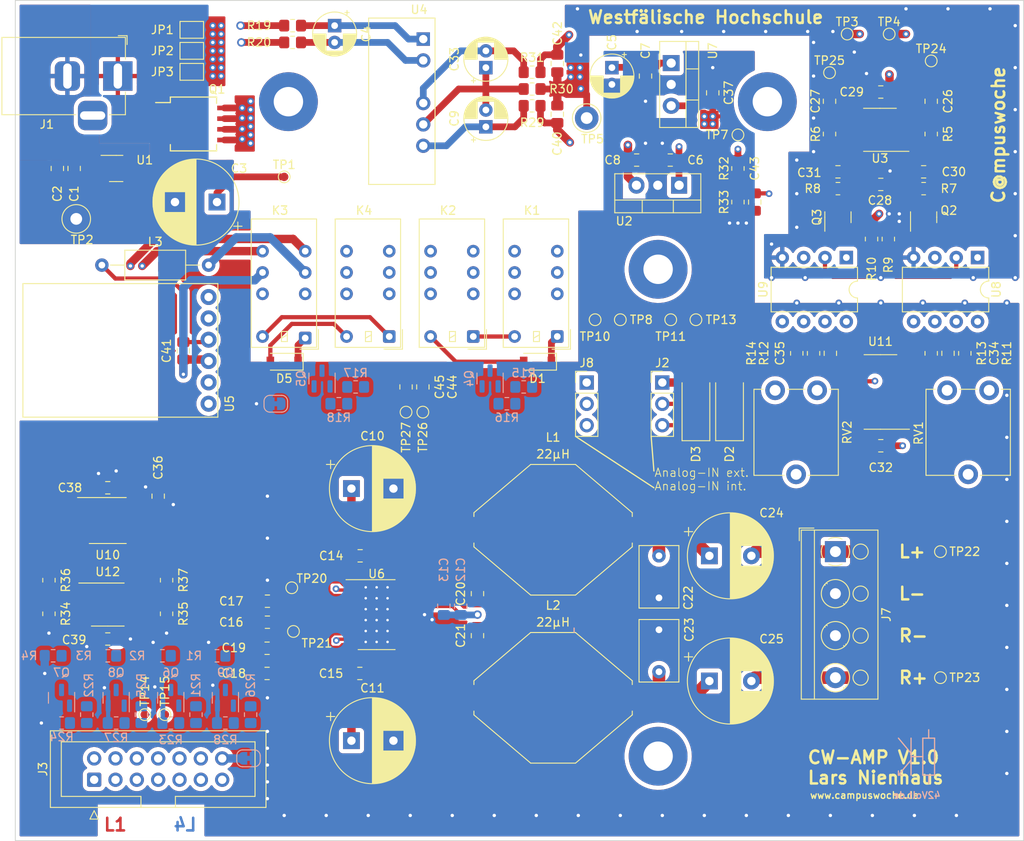
<source format=kicad_pcb>
(kicad_pcb (version 20211014) (generator pcbnew)
  (layers (0 "F.Cu" signal) (1 "In1.Cu" power) (2 "In2.Cu" power) (31 "B.Cu" signal) (34 "B.Paste" user) (35 "F.Paste" user) (36 "B.SilkS" user "B.Silkscreen") (37 "F.SilkS" user "F.Silkscreen") (38 "B.Mask" user) (39 "F.Mask" user) (44 "Edge.Cuts" user))
  (net 0 "")
  (net 1 "GNDREF")
  (net 2 "/Power/Vin")
  (net 3 "Net-(C2-Pad2)")
  (net 4 "V+")
  (net 5 "+5V")
  (net 6 "Net-(Q1-PadG)")
  (net 7 "GND_BT")
  (net 8 "+5VA")
  (net 9 "5V_BT")
  (net 10 "L-In")
  (net 11 "R-In")
  (net 12 "Net-(C22-Pad1)")
  (net 13 "Net-(C23-Pad2)")
  (net 14 "-5VA")
  (net 15 "Net-(C26-Pad1)")
  (net 16 "Net-(C27-Pad1)")
  (net 17 "Net-(C30-Pad2)")
  (net 18 "Net-(C30-Pad1)")
  (net 19 "Net-(C31-Pad2)")
  (net 20 "Net-(C31-Pad1)")
  (net 21 "Net-(C34-Pad2)")
  (net 22 "Net-(C34-Pad1)")
  (net 23 "Net-(C35-Pad2)")
  (net 24 "Net-(C35-Pad1)")
  (net 25 "Net-(Q2-Pad2)")
  (net 26 "Net-(Q3-Pad2)")
  (net 27 "Net-(R9-Pad2)")
  (net 28 "Net-(R10-Pad2)")
  (net 29 "Net-(R11-Pad2)")
  (net 30 "Net-(R12-Pad2)")
  (net 31 "/Class_D/LIN")
  (net 32 "/Class_D/RIN")
  (net 33 "/Class_D/VCLAMP")
  (net 34 "/Class_D/BYPASS")
  (net 35 "/Class_D/BSL")
  (net 36 "/Class_D/LOUT")
  (net 37 "/Class_D/BSR")
  (net 38 "/Class_D/ROUT")
  (net 39 "/Class_D/L-Out")
  (net 40 "/Class_D/R-Out")
  (net 41 "R-In-ISO")
  (net 42 "L-In-ISO")
  (net 43 "R-In-An")
  (net 44 "L-In-An")
  (net 45 "/Class_D/~{SD}")
  (net 46 "/Class_D/GAIN0")
  (net 47 "/Class_D/GAIN1")
  (net 48 "/Class_D/MUTE")
  (net 49 "L-In-OPA")
  (net 50 "L-In-BT")
  (net 51 "R-In-BT")
  (net 52 "R-In-OPA")
  (net 53 "GND_An_In")
  (net 54 "L-In-USB")
  (net 55 "R-In-USB")
  (net 56 "Net-(C16-Pad2)")
  (net 57 "GND_Input")
  (net 58 "+3V3")
  (net 59 "GNDD")
  (net 60 "Net-(U4-Pad1)")
  (net 61 "Net-(C17-Pad2)")
  (net 66 "Net-(U4-Pad2)")
  (net 68 "+12V")
  (net 69 "GND2")
  (net 70 "~{AMP-Mute}")
  (net 71 "SCL")
  (net 72 "SDA")
  (net 73 "BT-MUTE")
  (net 74 "BT-KEY")
  (net 79 "Net-(U10-Pad6)")
  (net 80 "Net-(U10-Pad11)")
  (net 81 "AMP-ShutDown")
  (net 82 "SELECT-Analog")
  (net 83 "SELECT-BT")
  (net 84 "AMP-GAIN0")
  (net 85 "AMP-GAIN1")
  (net 86 "Net-(Q4-Pad1)")
  (net 87 "Net-(Q5-Pad1)")
  (net 88 "Net-(Q6-Pad1)")
  (net 89 "Net-(Q7-Pad1)")
  (net 90 "Net-(Q8-Pad1)")
  (net 91 "Net-(Q9-Pad1)")
  (net 92 "GND_USB")
  (net 93 "Net-(C41-Pad1)")
  (net 94 "Net-(U4-Pad6)")
  (net 95 "Net-(U4-Pad5)")
  (net 96 "Net-(U4-Pad4)")
  (net 97 "ANALOG-BIAS")
  (net 98 "Net-(R13-Pad1)")
  (net 99 "Net-(R14-Pad1)")
  (net 100 "Net-(Q4-Pad3)")
  (net 101 "Net-(K4-Pad12)")
  (net 102 "Net-(K1-Pad12)")
  (net 103 "Net-(K4-Pad1)")
  (net 104 "Net-(U12-Pad2)")
  (net 105 "Net-(U12-Pad6)")
  (net 106 "Net-(U8-Pad5)")
  (footprint "Jumper:SolderJumper-2_P1.3mm_Open_TrianglePad1.0x1.5mm" (layer "F.Cu") (at 111 61.5)
    (fp_text reference "JP1")
    (fp_text value "Jumper_2_Open")
  )
  (footprint "MyLib:N-CH-SO-8_5.3x6.2mm_P1.27mm" (layer "F.Cu") (at 111.2 72.705)
    (fp_text reference "Q1")
    (fp_text value "DMT6012LSS")
  )
  (footprint "Connector_BarrelJack:BarrelJack_Horizontal" (layer "F.Cu") (at 102.2 67)
    (fp_text reference "J1")
    (fp_text value "Jack-DC")
  )
  (footprint "Package_TO_SOT_SMD:SOT-23-6" (layer "F.Cu") (at 102 78)
    (fp_text reference "U1")
    (fp_text value "LM74700")
  )
  (footprint "Capacitor_SMD:C_0805_2012Metric_Pad1.18x1.45mm_HandSolder" (layer "F.Cu") (at 167.945 77 180)
    (fp_text reference "C6")
    (fp_text value "100nF")
  )
  (footprint "Capacitor_SMD:C_0805_2012Metric_Pad1.18x1.45mm_HandSolder" (layer "F.Cu") (at 165 67 -90)
    (fp_text reference "C7")
    (fp_text value "100nF")
  )
  (footprint "Capacitor_SMD:C_0805_2012Metric_Pad1.18x1.45mm_HandSolder" (layer "F.Cu") (at 163.945 77)
    (fp_text reference "C8")
    (fp_text value "100nF")
  )
  (footprint "office_amp:SIP-7" (layer "F.Cu") (at 138.55 62.6 -90)
    (fp_text reference "U4")
    (fp_text value "TBA_2-2421")
  )
  (footprint "MyLib:MH-M18" (layer "F.Cu") (at 113 106 90)
    (fp_text reference "U5")
    (fp_text value "MH-M18")
  )
  (footprint "Capacitor_THT:CP_Radial_D10.0mm_P5.00mm" (layer "F.Cu") (at 130 146.1)
    (fp_text reference "C11")
    (fp_text value "470µF")
  )
  (footprint "Connector_IDC:IDC-Header_2x07_P2.54mm_Vertical" (layer "F.Cu") (at 99.38 150.7525 90)
    (fp_text reference "J3")
    (fp_text value "Conn_02x07_Odd_Even")
  )
  (footprint "Capacitor_THT:CP_Radial_D5.0mm_P2.00mm" (layer "F.Cu") (at 128 61 -90)
    (fp_text reference "C4")
    (fp_text value "4,7µF")
  )
  (footprint "Capacitor_THT:CP_Radial_D5.0mm_P2.00mm" (layer "F.Cu") (at 161 66 -90)
    (fp_text reference "C5")
    (fp_text value "4,7µF")
  )
  (footprint "Capacitor_THT:CP_Radial_D5.0mm_P2.00mm" (layer "F.Cu") (at 146 73.044888 90)
    (fp_text reference "C9")
    (fp_text value "4,7µF")
  )
  (footprint "Capacitor_SMD:C_0805_2012Metric_Pad1.18x1.45mm_HandSolder" (layer "F.Cu") (at 186.9 70 90)
    (fp_text reference "C27")
    (fp_text value "2,2µF")
  )
  (footprint "Capacitor_SMD:C_0805_2012Metric_Pad1.18x1.45mm_HandSolder" (layer "F.Cu") (at 198.1 78.4)
    (fp_text reference "C30")
    (fp_text value "33pF")
  )
  (footprint "Capacitor_SMD:C_0805_2012Metric_Pad1.18x1.45mm_HandSolder" (layer "F.Cu") (at 187.9 78.4 180)
    (fp_text reference "C31")
    (fp_text value "33pF")
  )
  (footprint "Capacitor_SMD:C_0805_2012Metric_Pad1.18x1.45mm_HandSolder" (layer "F.Cu") (at 193 111 180)
    (fp_text reference "C32")
    (fp_text value "100nF")
  )
  (footprint "Capacitor_THT:CP_Radial_D5.0mm_P2.00mm" (layer "F.Cu") (at 146 66 90)
    (fp_text reference "C33")
    (fp_text value "4,7µF")
  )
  (footprint "Capacitor_SMD:C_0805_2012Metric_Pad1.18x1.45mm_HandSolder" (layer "F.Cu") (at 201 100 90)
    (fp_text reference "C34")
    (fp_text value "100pF")
  )
  (footprint "Capacitor_SMD:C_0805_2012Metric_Pad1.18x1.45mm_HandSolder" (layer "F.Cu") (at 187 100 90)
    (fp_text reference "C35")
    (fp_text value "100pF")
  )
  (footprint "Diode_SMD:D_SOD-123" (layer "F.Cu") (at 152.15 101 180)
    (fp_text reference "D1")
    (fp_text value "1N4148W")
  )
  (footprint "Diode_SMD:D_SOD-123" (layer "F.Cu") (at 122 101 180)
    (fp_text reference "D5")
    (fp_text value "1N4148W")
  )
  (footprint "Relay_THT:Relay_DPDT_Kemet_EC2" (layer "F.Cu") (at 154.5 98 180)
    (fp_text reference "K1")
    (fp_text value "V23079-A1003-B301")
  )
  (footprint "Relay_THT:Relay_DPDT_Kemet_EC2" (layer "F.Cu") (at 134.5 98 180)
    (fp_text reference "K4")
    (fp_text value "V23079-A1003-B301")
  )
  (footprint "Resistor_SMD:R_0805_2012Metric_Pad1.20x1.40mm_HandSolder" (layer "F.Cu") (at 186.9 73.9 90)
    (fp_text reference "R6")
    (fp_text value "22K")
  )
  (footprint "Resistor_SMD:R_0805_2012Metric_Pad1.20x1.40mm_HandSolder" (layer "F.Cu") (at 193.9 86.4 -90)
    (fp_text reference "R9")
    (fp_text value "100R")
  )
  (footprint "Resistor_SMD:R_0805_2012Metric_Pad1.20x1.40mm_HandSolder" (layer "F.Cu") (at 191.9 86.4 -90)
    (fp_text reference "R10")
    (fp_text value "100R")
  )
  (footprint "Resistor_SMD:R_0805_2012Metric_Pad1.20x1.40mm_HandSolder" (layer "F.Cu") (at 203 100 90)
    (fp_text reference "R11")
    (fp_text value "15K")
  )
  (footprint "Resistor_SMD:R_0805_2012Metric_Pad1.20x1.40mm_HandSolder" (layer "F.Cu") (at 185 100 90)
    (fp_text reference "R12")
    (fp_text value "15K")
  )
  (footprint "Resistor_SMD:R_0805_2012Metric_Pad1.20x1.40mm_HandSolder" (layer "F.Cu") (at 199 100 -90)
    (fp_text reference "R13")
    (fp_text value "1K")
  )
  (footprint "Resistor_SMD:R_0805_2012Metric_Pad1.20x1.40mm_HandSolder" (layer "F.Cu") (at 183 100 -90)
    (fp_text reference "R14")
    (fp_text value "1K")
  )
  (footprint "Potentiometer_THT:Potentiometer_ACP_CA9-V10_Vertical" (layer "F.Cu") (at 200.9 104.4 -90)
    (fp_text reference "RV1")
    (fp_text value "10K")
  )
  (footprint "Potentiometer_THT:Potentiometer_ACP_CA9-V10_Vertical" (layer "F.Cu") (at 180.425 104.4 -90)
    (fp_text reference "RV2")
    (fp_text value "10K")
  )
  (footprint "Package_TO_SOT_THT:TO-220-3_Vertical" (layer "F.Cu") (at 169 80 180)
    (fp_text reference "U2")
    (fp_text value "LM7805_TO220")
  )
  (footprint "Package_DIP:DIP-8_W7.62mm" (layer "F.Cu") (at 188.9 88.6 -90)
    (fp_text reference "U9")
    (fp_text value "IL300")
  )
  (footprint "Jumper:SolderJumper-2_P1.3mm_Open_TrianglePad1.0x1.5mm" (layer "F.Cu") (at 111 64)
    (fp_text reference "JP2")
    (fp_text value "Jumper_2_Open")
  )
  (footprint "Capacitor_THT:CP_Radial_D10.0mm_P5.00mm" (layer "F.Cu") (at 114 82 180)
    (fp_text reference "C3")
    (fp_text value "470µF")
  )
  (footprint "Capacitor_SMD:C_0805_2012Metric_Pad1.18x1.45mm_HandSolder" (layer "F.Cu") (at 97 78 90)
    (fp_text reference "C1")
    (fp_text value "22nF")
  )
  (footprint "Capacitor_SMD:C_0805_2012Metric_Pad1.18x1.45mm_HandSolder" (layer "F.Cu") (at 95 78 90)
    (fp_text reference "C2")
    (fp_text value "100nF")
  )
  (footprint "Package_DIP:DIP-8_W7.62mm" (layer "F.Cu") (at 204.52 88.6 -90)
    (fp_text reference "U8")
    (fp_text value "IL300")
  )
  (footprint "Capacitor_SMD:C_0805_2012Metric_Pad1.18x1.45mm_HandSolder" (layer "F.Cu") (at 193 68.9)
    (fp_text reference "C29")
    (fp_text value "100nF")
  )
  (footprint "Resistor_SMD:R_0805_2012Metric_Pad1.20x1.40mm_HandSolder" (layer "F.Cu") (at 199 73.9 90)
    (fp_text reference "R5")
    (fp_text value "22K")
  )
  (footprint "Capacitor_SMD:C_0805_2012Metric_Pad1.18x1.45mm_HandSolder" (layer "F.Cu") (at 199 70 90)
    (fp_text reference "C26")
    (fp_text value "2,2µF")
  )
  (footprint "Resistor_SMD:R_0805_2012Metric_Pad1.20x1.40mm_HandSolder" (layer "F.Cu") (at 198.1 80.4)
    (fp_text reference "R7")
    (fp_text value "39K")
  )
  (footprint "Package_TO_SOT_SMD:SOT-23" (layer "F.Cu") (at 198.1 83.8 90)
    (fp_text reference "Q2")
    (fp_text value "BC858")
  )
  (footprint "Package_TO_SOT_SMD:SOT-23" (layer "F.Cu") (at 187.9 83.8 90)
    (fp_text reference "Q3")
    (fp_text value "BC858")
  )
  (footprint "Resistor_SMD:R_0805_2012Metric_Pad1.20x1.40mm_HandSolder" (layer "F.Cu") (at 187.9 80.4 180)
    (fp_text reference "R8")
    (fp_text value "39K")
  )
  (footprint "Capacitor_SMD:C_0805_2012Metric_Pad1.18x1.45mm_HandSolder" (layer "F.Cu") (at 193 79.9)
    (fp_text reference "C28")
    (fp_text value "100nF")
  )
  (footprint "Connector_PinHeader_2.54mm:PinHeader_1x03_P2.54mm_Vertical" (layer "F.Cu") (at 158 103.475)
    (fp_text reference "J8")
    (fp_text value "Conn_01x03_Female")
  )
  (footprint "Capacitor_THT:C_Rect_L7.2mm_W4.5mm_P5.00mm_FKS2_FKP2_MKS2_MKP2" (layer "F.Cu") (at 166.6 124.1 -90)
    (fp_text reference "C22")
    (fp_text value "680nF")
  )
  (footprint "Package_SO:HTSSOP-24-1EP_4.4x7.8mm_P0.65mm_EP3.4x7.8mm_Mask2.4x4.68mm_ThermalVias" (layer "F.Cu") (at 133 131.1)
    (fp_text reference "U6")
    (fp_text value "TPA3123D2")
  )
  (footprint "Capacitor_SMD:C_0805_2012Metric_Pad1.18x1.45mm_HandSolder" (layer "F.Cu") (at 145 128.6 -90)
    (fp_text reference "C20")
    (fp_text value "220nF")
  )
  (footprint "TerminalBlock_RND:TerminalBlock_RND_205-00003_1x04_P5.00mm_Horizontal" (layer "F.Cu") (at 187.6 123.6 -90)
    (fp_text reference "J7")
    (fp_text value "Screw_Terminal_01x04")
  )
  (footprint "Capacitor_SMD:C_0805_2012Metric_Pad1.18x1.45mm_HandSolder" (layer "F.Cu") (at 120 129.5 180)
    (fp_text reference "C17")
    (fp_text value "2µ2F")
  )
  (footprint "Capacitor_THT:CP_Radial_D10.0mm_P5.00mm" (layer "F.Cu") (at 172.6 139)
    (fp_text reference "C25")
    (fp_text value "470µF")
  )
  (footprint "office_amp:L_Bourns-PM5022" (layer "F.Cu") (at 154 121)
    (fp_text reference "L1")
    (fp_text value "22µH")
  )
  (footprint "Capacitor_SMD:C_0805_2012Metric_Pad1.18x1.45mm_HandSolder" (layer "F.Cu") (at 145 133.6 90)
    (fp_text reference "C21")
    (fp_text value "220nF")
  )
  (footprint "Capacitor_SMD:C_0805_2012Metric_Pad1.18x1.45mm_HandSolder" (layer "F.Cu") (at 119.9625 135.1 180)
    (fp_text reference "C19")
    (fp_text value "1µF")
  )
  (footprint "Capacitor_THT:C_Rect_L7.2mm_W4.5mm_P5.00mm_FKS2_FKP2_MKS2_MKP2" (layer "F.Cu") (at 166.6 132.9 -90)
    (fp_text reference "C23")
    (fp_text value "680nF")
  )
  (footprint "Capacitor_SMD:C_0805_2012Metric_Pad1.18x1.45mm_HandSolder" (layer "F.Cu") (at 131 138.1)
    (fp_text reference "C15")
    (fp_text value "1µF")
  )
  (footprint "Capacitor_SMD:C_0805_2012Metric_Pad1.18x1.45mm_HandSolder" (layer "F.Cu") (at 131.0375 124.1)
    (fp_text reference "C14")
    (fp_text value "1µF")
  )
  (footprint "Capacitor_THT:CP_Radial_D10.0mm_P5.00mm" (layer "F.Cu") (at 172.6 124.1)
    (fp_text reference "C24")
    (fp_text value "470µF")
  )
  (footprint "office_amp:L_Bourns-PM5022" (layer "F.Cu") (at 154 141)
    (fp_text reference "L2")
    (fp_text value "22µH")
  )
  (footprint "Capacitor_THT:CP_Radial_D10.0mm_P5.00mm" (layer "F.Cu") (at 130 116.1)
    (fp_text reference "C10")
    (fp_text value "470µF")
  )
  (footprint "Capacitor_SMD:C_0805_2012Metric_Pad1.18x1.45mm_HandSolder" (layer "F.Cu") (at 119.9625 138.1 180)
    (fp_text reference "C18")
    (fp_text value "1µF")
  )
  (footprint "Capacitor_SMD:C_0805_2012Metric_Pad1.18x1.45mm_HandSolder" (layer "F.Cu") (at 120 132 180)
    (fp_text reference "C16")
    (fp_text value "2µ2F")
  )
  (footprint "Relay_THT:Relay_DPDT_Kemet_EC2" (layer "F.Cu") (at 124.5 98 180)
    (fp_text reference "K3")
    (fp_text value "V23079-A1003-B301")
  )
  (footprint "Connector_PinHeader_2.54mm:PinHeader_1x03_P2.54mm_Vertical" (layer "F.Cu") (at 167 103.475)
    (fp_text reference "J2")
    (fp_text value "Conn_01x03_Female")
  )
  (footprint "Relay_THT:Relay_DPDT_Kemet_EC2" (layer "F.Cu") (at 144.5 98 180)
    (fp_text reference "K2")
    (fp_text value "V23079-A1003-B301")
  )
  (footprint "Capacitor_SMD:C_0805_2012Metric_Pad1.18x1.45mm_HandSolder" (layer "F.Cu") (at 138.5 104 -90)
    (fp_text reference "C44")
    (fp_text value "2µ2F")
  )
  (footprint "TestPoint:TestPoint_Pad_D1.0mm" (layer "F.Cu") (at 200.1 138.6)
    (fp_text reference "TP23")
    (fp_text value "TestPoint")
  )
  (footprint "Capacitor_SMD:C_0805_2012Metric_Pad1.18x1.45mm_HandSolder" (layer "F.Cu") (at 178 82 90)
    (fp_text reference "C43")
    (fp_text value "2µ2F")
  )
  (footprint "TestPoint:TestPoint_Pad_D1.0mm" (layer "F.Cu") (at 122.9 127.9)
    (fp_text reference "TP20")
    (fp_text value "TestPoint")
  )
  (footprint "TestPoint:TestPoint_Pad_D1.0mm" (layer "F.Cu") (at 136.5 107 -90)
    (fp_text reference "TP27")
    (fp_text value "TestPoint")
  )
  (footprint "Resistor_SMD:R_0805_2012Metric_Pad1.20x1.40mm_HandSolder" (layer "F.Cu") (at 151.5 70.544888 180)
    (fp_text reference "R29")
    (fp_text value "0R")
  )
  (footprint "MountingHole:MountingHole_3.5mm_Pad" (layer "F.Cu") (at 179.5 70.05)
    (fp_text reference "REF**")
    (fp_text value "MountingHole_3.5mm_Pad")
  )
  (footprint "Capacitor_SMD:C_0805_2012Metric_Pad1.18x1.45mm_HandSolder" (layer "F.Cu") (at 154.5 71.544888 90)
    (fp_text reference "C40")
    (fp_text value "100nF")
  )
  (footprint "Resistor_SMD:R_0805_2012Metric_Pad1.20x1.40mm_HandSolder" (layer "F.Cu") (at 108 127 -90)
    (fp_text reference "R37")
    (fp_text value "?")
  )
  (footprint "TestPoint:TestPoint_Pad_D1.0mm" (layer "F.Cu") (at 171 96 -90)
    (fp_text reference "TP13")
    (fp_text value "TestPoint")
  )
  (footprint "Capacitor_SMD:C_0805_2012Metric_Pad1.18x1.45mm_HandSolder" (layer "F.Cu") (at 101 134 180)
    (fp_text reference "C39")
    (fp_text value "100nF")
  )
  (footprint "TestPoint:TestPoint_Pad_D1.0mm" (layer "F.Cu") (at 138.5 107 -90)
    (fp_text reference "TP26")
    (fp_text value "TestPoint")
  )
  (footprint "Resistor_SMD:R_0805_2012Metric_Pad1.20x1.40mm_HandSolder" (layer "F.Cu") (at 94 131 90)
    (fp_text reference "R34")
    (fp_text value "10k")
  )
  (footprint "MountingHole:MountingHole_3.5mm_Pad" (layer "F.Cu") (at 166.5 147.95)
    (fp_text reference "REF**")
    (fp_text value "MountingHole_3.5mm_Pad")
  )
  (footprint "TestPoint:TestPoint_Pad_D1.0mm" (layer "F.Cu") (at 159 96 90)
    (fp_text reference "TP10")
    (fp_text value "TestPoint")
  )
  (footprint "TestPoint:TestPoint_Loop_D2.60mm_Drill1.4mm_Beaded" (layer "F.Cu") (at 97.25 84)
    (fp_text reference "TP2")
    (fp_text value "TestPoint")
  )
  (footprint "TestPoint:TestPoint_Pad_D1.0mm" (layer "F.Cu") (at 176 74)
    (fp_text reference "TP7")
    (fp_text value "TestPoint")
  )
  (footprint "Resistor_SMD:R_0805_2012Metric_Pad1.20x1.40mm_HandSolder" (layer "F.Cu") (at 108 131 90)
    (fp_text reference "R35")
    (fp_text value "10k")
  )
  (footprint "Capacitor_SMD:C_0805_2012Metric_Pad1.18x1.45mm_HandSolder" (layer "F.Cu") (at 136.5 104 -90)
    (fp_text reference "C45")
    (fp_text value "2µ2F")
  )
  (footprint "Resistor_SMD:R_0805_2012Metric_Pad1.20x1.40mm_HandSolder" (layer "F.Cu") (at 176 78 90)
    (fp_text reference "R32")
    (fp_text value "10k")
  )
  (footprint "Jumper:SolderJumper-2_P1.3mm_Open_TrianglePad1.0x1.5mm" (layer "F.Cu") (at 111 66.5)
    (fp_text reference "JP3")
    (fp_text value "Jumper_2_Open")
  )
  (footprint "TestPoint:TestPoint_Pad_D1.0mm" (layer "F.Cu") (at 199 65.2)
    (fp_text reference "TP24")
    (fp_text value "TestPoint")
  )
  (footprint "Resistor_SMD:R_0805_2012Metric_Pad1.20x1.40mm_HandSolder" (layer "F.Cu") (at 151.5 66.544888 180)
    (fp_text reference "R31")
    (fp_text value "0R")
  )
  (footprint "TestPoint:TestPoint_Pad_D1.0mm" (layer "F.Cu") (at 200.1 123.6)
    (fp_text reference "TP22")
    (fp_text value "TestPoint")
  )
  (footprint "Resistor_SMD:R_0805_2012Metric_Pad1.20x1.40mm_HandSolder" (layer "F.Cu") (at 123 61 180)
    (fp_text reference "R19")
    (fp_text value "10R")
  )
  (footprint "Fiducial:Fiducial_1.5mm_Mask3mm" (layer "F.Cu") (at 94 62)
    (fp_text reference "FID1")
    (fp_text value "Fiducial")
  )
  (footprint "TestPoint:TestPoint_Pad_D1.0mm" (layer "F.Cu") (at 122 79)
    (fp_text reference "TP1")
    (fp_text value "TestPoint")
  )
  (footprint "Capacitor_SMD:C_0805_2012Metric_Pad1.18x1.45mm_HandSolder" (layer "F.Cu") (at 154.5 65.507388 90)
    (fp_text reference "C42")
    (fp_text value "100nF")
  )
  (footprint "Capacitor_SMD:C_0805_2012Metric_Pad1.18x1.45mm_HandSolder" (layer "F.Cu") (at 107 117 90)
    (fp_text reference "C36")
    (fp_text value "100nF")
  )
  (footprint "TestPoint:TestPoint_Pad_D1.0mm" (layer "F.Cu") (at 186.9 66.6)
    (fp_text reference "TP25")
    (fp_text value "TestPoint")
  )
  (footprint "TestPoint:TestPoint_Pad_D1.0mm" (layer "F.Cu") (at 105.4 143)
    (fp_text reference "TP14")
    (fp_text value "TestPoint")
  )
  (footprint "Package_SO:SO-8_3.9x4.9mm_P1.27mm" (layer "F.Cu") (at 101 129.9)
    (fp_text reference "U12")
    (fp_text value "TL082")
  )
  (footprint "TestPoint:TestPoint_Pad_D1.0mm" (layer "F.Cu") (at 168 96)
    (fp_text reference "TP11")
    (fp_text value "TestPoint")
  )
  (footprint "Capacitor_SMD:C_0805_2012Metric_Pad1.18x1.45mm_HandSolder" (layer "F.Cu") (at 110 99.7 -90)
    (fp_text reference "C41")
    (fp_text value "10µF")
  )
  (footprint "TestPoint:TestPoint_Pad_D1.0mm" (layer "F.Cu") (at 107.8 143)
    (fp_text reference "TP15")
    (fp_text value "TestPoint")
  )
  (footprint "Diode_SMD:D_SMA_Handsoldering" (layer "F.Cu") (at 175 106 90)
    (fp_text reference "D2")
    (fp_text value "WE 824500700")
  )
  (footprint "Package_SO:TSSOP-16_4.4x5mm_P0.65mm" (layer "F.Cu") (at 101 119.9)
    (fp_text reference "U10")
    (fp_text value "DS1882E")
  )
  (footprint "Fiducial:Fiducial_1.5mm_Mask3mm" (layer "F.Cu") (at 206 62)
    (fp_text reference "FID2")
    (fp_text value "Fiducial")
  )
  (footprint "Package_TO_SOT_THT:TO-220-3_Vertical" (layer "F.Cu") (at 168.055 65.46 -90)
    (fp_text reference "U7")
    (fp_text value "LM7812_TO220")
  )
  (footprint "TestPoint:TestPoint_Pad_D1.0mm" (layer "F.Cu") (at 189 62)
    (fp_text reference "TP3")
    (fp_text value "TestPoint")
  )
  (footprint "Resistor_SMD:R_0805_2012Metric_Pad1.20x1.40mm_HandSolder" (layer "F.Cu") (at 176 82 90)
    (fp_text reference "R33")
    (fp_text value "10k")
  )
  (footprint "Package_SO:SOIC-14_3.9x8.7mm_P1.27mm" (layer "F.Cu") (at 192.9625 104.6 180)
    (fp_text reference "U11")
    (fp_text value "TL084")
  )
  (footprint "TestPoint:TestPoint_Pad_D1.0mm" (layer "F.Cu") (at 123.1 133.1)
    (fp_text reference "TP21")
    (fp_text value "TestPoint")
  )
  (footprint "Capacitor_SMD:C_0805_2012Metric_Pad1.18x1.45mm_HandSolder" (layer "F.Cu") (at 101 116 180)
    (fp_text reference "C38")
    (fp_text value "100nF")
  )
  (footprint "Diode_SMD:D_SMA_Handsoldering" (layer "F.Cu") (at 171 106 90)
    (fp_text reference "D3")
    (fp_text value "WE 824500700")
  )
  (footprint "Inductor_THT:L_Axial_L7.0mm_D3.3mm_P12.70mm_Horizontal_Fastron_MICC" (layer "F.Cu") (at 100.3 89.5)
    (fp_text reference "L3")
    (fp_text value "100µH")
  )
  (footprint "Resistor_SMD:R_0805_2012Metric_Pad1.20x1.40mm_HandSolder" (layer "F.Cu") (at 94 127 -90)
    (fp_text reference "R36")
    (fp_text value "?")
  )
  (footprint "MountingHole:MountingHole_3.5mm_Pad" (layer "F.Cu") (at 166.5 90)
    (fp_text reference "REF**")
    (fp_text value "MountingHole_3.5mm_Pad")
  )
  (footprint "Resistor_SMD:R_0805_2012Metric_Pad1.20x1.40mm_HandSolder" (layer "F.Cu") (at 123 63 180)
    (fp_text reference "R20")
    (fp_text value "10R")
  )
  (footprint "TestPoint:TestPoint_Loop_D2.60mm_Drill1.4mm_Beaded" (layer "F.Cu") (at 158 72)
    (fp_text reference "TP5")
    (fp_text value "TestPoint")
  )
  (footprint "MountingHole:MountingHole_3.5mm_Pad" (layer "F.Cu") (at 122.5 70.05)
    (fp_text reference "REF**")
    (fp_text value "MountingHole_3.5mm_Pad")
  )
  (footprint "TestPoint:TestPoint_Pad_D1.0mm" (layer "F.Cu") (at 162 96 90)
    (fp_text reference "TP8")
    (fp_text value "TestPoint")
  )
  (footprint "Package_SO:SO-8_3.9x4.9mm_P1.27mm" (layer "F.Cu") (at 192.9 73.4 180)
    (fp_text reference "U3")
    (fp_text value "TL082")
  )
  (footprint "Fiducial:Fiducial_1.5mm_Mask3mm" (layer "F.Cu") (at 206 154)
    (fp_text reference "FID3")
    (fp_text value "Fiducial")
  )
  (footprint "TestPoint:TestPoint_Pad_D1.0mm" (layer "F.Cu") (at 194 62)
    (fp_text reference "TP4")
    (fp_text value "TestPoint")
  )
  (footprint "Capacitor_SMD:C_0805_2012Metric_Pad1.18x1.45mm_HandSolder" (layer "F.Cu") (at 173 69 90)
    (fp_text reference "C37")
    (fp_text value "100nF")
  )
  (footprint "Resistor_SMD:R_0805_2012Metric_Pad1.20x1.40mm_HandSolder" (layer "F.Cu") (at 151.5 68.544888 180)
    (fp_text reference "R30")
    (fp_text value "0R")
  )
  (footprint "Capacitor_SMD:C_0805_2012Metric_Pad1.18x1.45mm_HandSolder" (layer "B.Cu") (at 141 130.1 90)
    (fp_text reference "C13")
    (fp_text value "100nF")
  )
  (footprint "Resistor_SMD:R_0805_2012Metric_Pad1.20x1.40mm_HandSolder" (layer "B.Cu") (at 114 136 180)
    (fp_text reference "R1")
    (fp_text value "10K")
  )
  (footprint "Resistor_SMD:R_0805_2012Metric_Pad1.20x1.40mm_HandSolder" (layer "B.Cu") (at 107.5 136 180)
    (fp_text reference "R2")
    (fp_text value "10K")
  )
  (footprint "Resistor_SMD:R_0805_2012Metric_Pad1.20x1.40mm_HandSolder" (layer "B.Cu") (at 101 136 180)
    (fp_text reference "R3")
    (fp_text value "10K")
  )
  (footprint "Resistor_SMD:R_0805_2012Metric_Pad1.20x1.40mm_HandSolder" (layer "B.Cu") (at 94.5 136)
    (fp_text reference "R4")
    (fp_text value "10k")
  )
  (footprint "Capacitor_SMD:C_0805_2012Metric_Pad1.18x1.45mm_HandSolder" (layer "B.Cu") (at 143 130.1 90)
    (fp_text reference "C12")
    (fp_text value "10µF")
  )
  (footprint "Resistor_SMD:R_0805_2012Metric_Pad1.20x1.40mm_HandSolder" (layer "B.Cu") (at 128.5 106)
    (fp_text reference "R18")
    (fp_text value "10k")
  )
  (footprint "Resistor_SMD:R_0805_2012Metric_Pad1.20x1.40mm_HandSolder" (layer "B.Cu") (at 95.5 144)
    (fp_text reference "R24")
    (fp_text value "10k")
  )
  (footprint "Resistor_SMD:R_0805_2012Metric_Pad1.20x1.40mm_HandSolder" (layer "B.Cu") (at 115 144 180)
    (fp_text reference "R28")
    (fp_text value "10k")
  )
  (footprint "Resistor_SMD:R_0805_2012Metric_Pad1.20x1.40mm_HandSolder" (layer "B.Cu") (at 130.5 104 180)
    (fp_text reference "R17")
    (fp_text value "10k")
  )
  (footprint "Resistor_SMD:R_0805_2012Metric_Pad1.20x1.40mm_HandSolder" (layer "B.Cu") (at 150.5 104 180)
    (fp_text reference "R15")
    (fp_text value "10k")
  )
  (footprint "Resistor_SMD:R_0805_2012Metric_Pad1.20x1.40mm_HandSolder" (layer "B.Cu") (at 105 143 -90)
    (fp_text reference "R25")
    (fp_text value "10k")
  )
  (footprint "Resistor_SMD:R_0805_2012Metric_Pad1.20x1.40mm_HandSolder" (layer "B.Cu") (at 111.5 143 -90)
    (fp_text reference "R21")
    (fp_text value "10k")
  )
  (footprint "Resistor_SMD:R_0805_2012Metric_Pad1.20x1.40mm_HandSolder" (layer "B.Cu") (at 118 143 -90)
    (fp_text reference "R26")
    (fp_text value "10k")
  )
  (footprint "Jumper:SolderJumper-2_P1.3mm_Bridged_RoundedPad1.0x1.5mm" (layer "B.Cu") (at 117.75 148.2)
    (fp_text reference "STAR3")
    (fp_text value "SolderJumper_2_Bridged")
  )
  (footprint "Package_TO_SOT_SMD:SOT-23" (layer "B.Cu") (at 146.5 103 90)
    (fp_text reference "Q4")
    (fp_text value "BC850")
  )
  (footprint "Resistor_SMD:R_0805_2012Metric_Pad1.20x1.40mm_HandSolder" (layer "B.Cu") (at 102 144 180)
    (fp_text reference "R27")
    (fp_text value "10k")
  )
  (footprint "Resistor_SMD:R_0805_2012Metric_Pad1.20x1.40mm_HandSolder" (layer "B.Cu") (at 98.5 143 90)
    (fp_text reference "R22")
    (fp_text value "10k")
  )
  (footprint "Package_TO_SOT_SMD:SOT-23" (layer "B.Cu") (at 115 141 90)
    (fp_text reference "Q9")
    (fp_text value "BC856")
  )
  (footprint "Resistor_SMD:R_0805_2012Metric_Pad1.20x1.40mm_HandSolder" (layer "B.Cu") (at 148.5 106)
    (fp_text reference "R16")
    (fp_text value "10k")
  )
  (footprint "Jumper:SolderJumper-2_P1.3mm_Bridged_RoundedPad1.0x1.5mm" (layer "B.Cu") (at 121 106 180)
    (fp_text reference "STAR5")
    (fp_text value "SolderJumper_2_Bridged")
  )
  (footprint "Package_TO_SOT_SMD:SOT-23" (layer "B.Cu") (at 126.5 103 90)
    (fp_text reference "Q5")
    (fp_text value "BC850")
  )
  (footprint "Package_TO_SOT_SMD:SOT-23" (layer "B.Cu") (at 102 141 90)
    (fp_text reference "Q8")
    (fp_text value "BC856")
  )
  (footprint "Package_TO_SOT_SMD:SOT-23" (layer "B.Cu") (at 108.5 141 90)
    (fp_text reference "Q6")
    (fp_text value "BC856")
  )
  (footprint "Resistor_SMD:R_0805_2012Metric_Pad1.20x1.40mm_HandSolder" (layer "B.Cu") (at 108.5 144 180)
    (fp_text reference "R23")
    (fp_text value "10k")
  )
  (footprint "Package_TO_SOT_SMD:SOT-23" (layer "B.Cu") (at 95.5 141 90)
    (fp_text reference "Q7")
    (fp_text value "BC850")
  )
  (gr_line (start 195.5 150.2) (end 195.1 150.2) (layer "B.SilkS") (width 0.15))
  (gr_line (start 196.6 145.8) (end 196.6 150.2) (layer "B.SilkS") (width 0.15))
  (gr_line (start 195.1 145.8) (end 196.6 147.6) (layer "B.SilkS") (width 0.15))
  (gr_line (start 198 150.2) (end 199.4 150.2) (layer "B.SilkS") (width 0.15))
  (gr_line (start 198.7 144.8) (end 198.7 145.8) (layer "B.SilkS") (width 0.15))
  (gr_line (start 195.1 149.7) (end 195.1 150.2) (layer "B.SilkS") (width 0.15))
  (gr_line (start 195.1 150.2) (end 196.6 148.4) (layer "B.SilkS") (width 0.15))
  (gr_line (start 199.4 150.2) (end 199.4 145.8) (layer "B.SilkS") (width 0.15))
  (gr_line (start 199.4 145.8) (end 198 145.8) (layer "B.SilkS") (width 0.15))
  (gr_line (start 156.5 132.7) (end 156.5 133.2) (layer "B.SilkS") (width 0.15))
  (gr_line (start 198.7 151.2) (end 198.7 150.2) (layer "B.SilkS") (width 0.15))
  (gr_line (start 198 145.8) (end 198 150.2) (layer "B.SilkS") (width 0.15))
  (gr_line (start 198 148) (end 196.6 148) (layer "B.SilkS") (width 0.15))
  (gr_line (start 156.67 109.885) (end 166 116) (layer "F.SilkS") (width 0.15))
  (gr_line (start 165.67 109.885) (end 166 114) (layer "F.SilkS") (width 0.15))
  (gr_line (start 90 58) (end 210 58) (layer "Edge.Cuts") (width 0.1))
  (gr_line (start 210 158) (end 90 158) (layer "Edge.Cuts") (width 0.1))
  (gr_line (start 210 58) (end 210 158) (layer "Edge.Cuts") (width 0.1))
  (gr_line (start 90 158) (end 90 58) (layer "Edge.Cuts") (width 0.1))
  (gr_text "L1" (at 101.9 156.1) (layer "F.Cu") (effects (font (size 1.5 1.5) (thickness 0.3))))
  (gr_text "L4" (at 110.2 156.1) (layer "B.Cu") (effects (font (size 1.5 1.5) (thickness 0.3)) (justify mirror)))
  (gr_text "42Volt.de" (at 197.3 152.6) (layer "B.SilkS") (effects (font (size 0.8 0.8)) (justify mirror)))
  (gr_text "R-" (at 195 133.6) (layer "F.SilkS") (effects (font (size 1.5 1.5) (thickness 0.3)) (justify left)))
  (gr_text "Westfälische Hochschule" (at 158 60) (layer "F.SilkS") (effects (font (size 1.5 1.5) (thickness 0.3)) (justify left)))
  (gr_text "L+" (at 195 123.6) (layer "F.SilkS") (effects (font (size 1.5 1.5) (thickness 0.3)) (justify left)))
  (gr_text "CW-AMP V1.0\nLars Nienhaus" (at 184.15 149.3) (layer "F.SilkS") (effects (font (size 1.5 1.5) (thickness 0.3)) (justify left)))
  (gr_text "Analog-IN ext.\nAnalog-IN int." (at 166 115) (layer "F.SilkS") (effects (font (size 1 1) (thickness 0.1)) (justify left)))
  (gr_text "R+\n" (at 195 138.6) (layer "F.SilkS") (effects (font (size 1.5 1.5) (thickness 0.3)) (justify left)))
  (gr_text "www.campuswoche.de" (at 184.5 152.6) (layer "F.SilkS") (effects (font (size 0.8 0.8)) (justify left)))
  (gr_text "C@mpuswoche" (at 207 74 90) (layer "F.SilkS") (effects (font (size 1.5 1.5) (thickness 0.3))))
  (gr_text "L-" (at 195 128.6) (layer "F.SilkS") (effects (font (size 1.5 1.5) (thickness 0.3)) (justify left)))
  (segment (start 166.9075 79.5525) (end 166.46 80) (width 0.8) (layer "F.Cu") (net 1))
  (segment (start 176.0375 83.0375) (end 176 83) (width 0.8) (layer "F.Cu") (net 1))
  (segment (start 166.9075 77) (end 166.9075 79.5525) (width 0.8) (layer "F.Cu") (net 1))
  (segment (start 164.9825 77) (end 166.9075 77) (width 0.8) (layer "F.Cu") (net 1))
  (segment (start 161.0375 68.0375) (end 161 68) (width 0.8) (layer "F.Cu") (net 1))
  (segment (start 165 68.0375) (end 161.0375 68.0375) (width 0.8) (layer "F.Cu") (net 1))
  (segment (start 176 83) (end 176 84.5) (width 0.8) (layer "F.Cu") (net 1))
  (segment (start 173 67.9625) (end 168.0925 67.9625) (width 0.8) (layer "F.Cu") (net 1))
  (segment (start 165 68.0375) (end 168.0175 68.0375) (width 0.8) (layer "F.Cu") (net 1))
  (segment (start 168.0175 68.0375) (end 168.055 68) (width 0.8) (layer "F.Cu") (net 1))
  (segment (start 168.0925 67.9625) (end 168.055 68) (width 0.8) (layer "F.Cu") (net 1))
  (segment (start 122 63) (end 116.9 63) (width 0.8) (layer "F.Cu") (net 1))
  (segment (start 178 83.0375) (end 176.0375 83.0375) (width 0.8) (layer "F.Cu") (net 1))
  (via (at 120 141) (size 0.8) (drill 0.4) (layers "F.Cu" "B.Cu") (net 1))
  (via (at 192 155) (size 0.8) (drill 0.4) (layers "F.Cu" "B.Cu") (net 1))
  (via (at 118.7 106) (size 0.8) (drill 0.4) (layers "F.Cu" "B.Cu") (net 1))
  (via (at 120 153) (size 0.8) (drill 0.4) (layers "F.Cu" "B.Cu") (net 1))
  (via (at 116.9 63) (size 1) (drill 0.6) (layers "F.Cu" "B.Cu") (net 1))
  (via (at 208 140) (size 0.8) (drill 0.4) (layers "F.Cu" "B.Cu") (net 1))
  (via (at 105.5 115.9) (size 0.8) (drill 0.4) (layers "F.Cu" "B.Cu") (net 1))
  (via (at 98.5 134.9) (size 0.8) (drill 0.4) (layers "F.Cu" "B.Cu") (net 1))
  (via (at 120 149) (size 0.8) (drill 0.4) (layers "F.Cu" "B.Cu") (net 1))
  (via (at 202 155) (size 0.8) (drill 0.4) (layers "F.Cu" "B.Cu") (net 1))
  (via (at 120 127) (size 0.8) (drill 0.4) (layers "F.Cu" "B.Cu") (net 1))
  (via (at 157 155) (size 0.8) (drill 0.4) (layers "F.Cu" "B.Cu") (net 1))
  (via (at 172 155) (size 0.8) (drill 0.4) (layers "F.Cu" "B.Cu") (net 1))
  (via (at 120 117) (size 0.8) (drill 0.4) (layers "F.Cu" "B.Cu") (net 1))
  (via (at 193 94) (size 0.8) (drill 0.4) (layers "F.Cu" "B.Cu") (net 1))
  (via (at 188 94) (size 0.8) (drill 0.4) (layers "F.Cu" "B.Cu") (net 1))
  (via (at 122 155) (size 0.8) (drill 0.4) (layers "F.Cu" "B.Cu") (net 1))
  (via (at 142 155) (size 0.8) (drill 0.4) (layers "F.Cu" "B.Cu") (net 1))
  (via (at 208 115) (size 0.8) (drill 0.4) (layers "F.Cu" "B.Cu") (net 1))
  (via (at 99.9 114.3) (size 0.8) (drill 0.4) (layers "F.Cu" "B.Cu") (net 1))
  (via (at 208 110) (size 0.8) (drill 0.4) (layers "F.Cu" "B.Cu") (net 1))
  (via (at 167 155) (size 0.8) (drill 0.4) (layers "F.Cu" "B.Cu") (net 1))
  (via (at 113 134.4) (size 0.8) (drill 0.4) (layers "F.Cu" "B.Cu") (net 1))
  (via (at 176 84.5) (size 0.8) (drill 0.4) (layers "F.Cu" "B.Cu") (net 1))
  (via (at 182 155) (size 0.8) (drill 0.4) (layers "F.Cu" "B.Cu") (net 1))
  (via (at 132 155) (size 0.8) (drill 0.4) (layers "F.Cu" "B.Cu") (net 1))
  (via (at 165 70) (size 0.8) (drill 0.4) (layers "F.Cu" "B.Cu") (net 1))
  (via (at 208 105) (size 0.8) (drill 0.4) (layers "F.Cu" "B.Cu") (net 1))
  (via (at 167 75) (size 0.8) (drill 0.4) (layers "F.Cu" "B.Cu") (net 1))
  (via (at 175 84.5) (size 0.8) (drill 0.4) (layers "F.Cu" "B.Cu") (net 1))
  (via (at 120 147) (size 0.8) (drill 0.4) (layers "F.Cu" "B.Cu") (net 1))
  (via (at 137 155) (size 0.8) (drill 0.4) (layers "F.Cu" "B.Cu") (net 1))
  (via (at 208 145) (size 0.8) (drill 0.4) (layers "F.Cu" "B.Cu") (net 1))
  (via (at 120 151) (size 0.8) (drill 0.4) (layers "F.Cu" "B.Cu") (net 1))
  (via (at 183 94) (size 0.8) (drill 0.4) (layers "F.Cu" "B.Cu") (net 1))
  (via (at 203 94) (size 0.8) (drill 0.4) (layers "F.Cu" "B.Cu") (net 1))
  (via (at 208 135) (size 0.8) (drill 0.4) (layers "F.Cu" "B.Cu") (net 1))
  (via (at 147 155) (size 0.8) (drill 0.4) (layers "F.Cu" "B.Cu") (net 1))
  (via (at 208 94) (size 0.8) (drill 0.4) (layers "F.Cu" "B.Cu") (net 1))
  (via (at 165 75) (size 0.8) (drill 0.4) (layers "F.Cu" "B.Cu") (net 1))
  (via (at 173 66) (size 0.8) (drill 0.4) (layers "F.Cu" "B.Cu") (net 1))
  (via (at 197 155) (size 0.8) (drill 0.4) (layers "F.Cu" "B.Cu") (net 1))
  (via (at 208 120) (size 0.8) (drill 0.4) (layers "F.Cu" "B.Cu") (net 1))
  (via (at 208 150) (size 0.8) (drill 0.4) (layers "F.Cu" "B.Cu") (net 1))
  (via (at 120 122) (size 0.8) (drill 0.4) (layers "F.Cu" "B.Cu") (net 1))
  (via (at 162 155) (size 0.8) (drill 0.4) (layers "F.Cu" "B.Cu") (net 1))
  (via (at 208 130) (size 0.8) (drill 0.4) (layers "F.Cu" "B.Cu") (net 1))
  (via (at 177 84.5) (size 0.8) (drill 0.4) (layers "F.Cu" "B.Cu") (net 1))
  (via (at 152 155) (size 0.8) (drill 0.4) (layers "F.Cu" "B.Cu") (net 1))
  (via (at 94 133.3) (size 0.8) (drill 0.4) (layers "F.Cu" "B.Cu") (net 1))
  (via (at 208 125) (size 0.8) (drill 0.4) (layers "F.Cu" "B.Cu") (net 1))
  (via (at 187 155) (size 0.8) (drill 0.4) (layers "F.Cu" "B.Cu") (net 1))
  (via (at 127 155) (size 0.8) (drill 0.4) (layers "F.Cu" "B.Cu") (net 1))
  (via (at 177 155) (size 0.8) (drill 0.4) (layers "F.Cu" "B.Cu") (net 1))
  (via (at 120 145) (size 0.8) (drill 0.4) (layers "F.Cu" "B.Cu") (net 1))
  (via (at 198 94) (size 0.8) (drill 0.4) (layers "F.Cu" "B.Cu") (net 1))
  (via (at 93.1 144) (size 0.8) (drill 0.4) (layers "F.Cu" "B.Cu") (net 1))
  (via (at 106.4 134.4) (size 0.8) (drill 0.4) (layers "F.Cu" "B.Cu") (net 1))
  (via (at 108 133.3) (size 0.8) (drill 0.4) (layers "F.Cu" "B.Cu") (net 1))
  (segment (start 127.86882 133.375) (end 130.1375 133.375) (width 0.4) (layer "F.Cu") (net 4))
  (segment (start 127.3 128.3) (end 127.3 127.2) (width 0.4) (layer "F.Cu") (net 4))
  (segment (start 130.1375 134.675) (end 128.925 134.675) (width 0.4) (layer "F.Cu") (net 4))
  (segment (start 127.4 137.1) (end 127.4 135) (width 0.8) (layer "F.Cu") (net 4))
  (segment (start 135.8625 130.125) (end 137.675 130.125) (width 0.4) (layer "F.Cu") (net 4))
  (segment (start 165 65.9625) (end 166.2375 65.9625) (width 0.8) (layer "F.Cu") (net 4))
  (segment (start 115.9 79) (end 114 80.9) (width 0.8) (layer "F.Cu") (net 4))
  (segment (start 117 74.5) (end 117 73.4) (width 0.8) (layer "F.Cu") (net 4))
  (segment (start 114.9 70.8) (end 117 70.8) (width 0.8) (layer "F.Cu") (net 4))
  (segment (start 130 138.1375) (end 129.9625 138.1) (width 1) (layer "F.Cu") (net 4))
  (segment (start 137.675 130.125) (end 142.025 130.125) (width 0.4) (layer "F.Cu") (net 4))
  (segment (start 128.4 138.1) (end 127.4 137.1) (width 0.8) (layer "F.Cu") (net 4))
  (segment (start 116.94 73.34) (end 117 73.4) (width 0.8) (layer "F.Cu") (net 4))
  (segment (start 127.3 125.1) (end 128.3 124.1) (width 0.8) (layer "F.Cu") (net 4))
  (segment (start 130.1375 127.525) (end 129.025 127.525) (width 0.4) (layer "F.Cu") (net 4))
  (segment (start 114 80.9) (end 114 82) (width 0.8) (layer "F.Cu") (net 4))
  (segment (start 135.8625 130.775) (end 137.425 130.775) (width 0.4) (layer "F.Cu") (net 4))
  (segment (start 128.7 127.2) (end 127.3 127.2) (width 0.4) (layer "F.Cu") (net 4))
  (segment (start 123.65 101) (end 123.65 99.03) (width 0.8) (layer "F.Cu") (net 4))
  (segment (start 114.9 73.34) (end 116.94 73.34) (width 0.8) (layer "F.Cu") (net 4))
  (segment (start 129.9625 138.1) (end 128.4 138.1) (width 0.8) (layer "F.Cu") (net 4))
  (segment (start 127.3 127.2) (end 127.3 125.1) (width 0.8) (layer "F.Cu") (net 4))
  (segment (start 161.0375 65.9625) (end 161 66) (width 0.8) (layer "F.Cu") (net 4))
  (segment (start 122 79) (end 115.9 79) (width 0.8) (layer "F.Cu") (net 4))
  (segment (start 128.6 135) (end 127.4 135) (width 0.4) (layer "F.Cu") (net 4))
  (segment (start 143 131.1) (end 145 131.1) (width 0.4) (layer "F.Cu") (net 4))
  (segment (start 127.4 133.84382) (end 127.86882 133.375) (width 0.4) (layer "F.Cu") (net 4))
  (segment (start 123.65 99.03) (end 124.5 98.18) (width 0.8) (layer "F.Cu") (net 4))
  (segment (start 130 116.1) (end 130 124.1) (width 1) (layer "F.Cu") (net 4))
  (segment (start 130.1375 128.825) (end 127.825 128.825) (width 0.4) (layer "F.Cu") (net 4))
  (segment (start 127.825 128.825) (end 127.3 128.3) (width 0.4) (layer "F.Cu") (net 4))
  (segment (start 114.9 74.61) (end 116.89 74.61) (width 0.8) (layer "F.Cu") (net 4))
  (segment (start 128.3 124.1) (end 130 124.1) (width 0.8) (layer "F.Cu") (net 4))
  (segment (start 153.8 101) (end 153.8 98.7) (width 0.8) (layer "F.Cu") (net 4))
  (segment (start 122 61) (end 116.8 61) (width 0.8) (layer "F.Cu") (net 4))
  (segment (start 129.025 127.525) (end 128.7 127.2) (width 0.4) (layer "F.Cu") (net 4))
  (segment (start 116.93 72.07) (end 117 72) (width 0.8) (layer "F.Cu") (net 4))
  (segment (start 127.4 135) (end 127.4 133.84382) (width 0.4) (layer "F.Cu") (net 4))
  (segment (start 128.925 134.675) (end 128.6 135) (width 0.4) (layer "F.Cu") (net 4))
  (segment (start 165 65.9625) (end 161.0375 65.9625) (width 0.8) (layer "F.Cu") (net 4))
  (segment (start 117 72) (end 117 70.8) (width 0.8) (layer "F.Cu") (net 4))
  (segment (start 116.89 74.61) (end 117 74.5) (width 0.8) (layer "F.Cu") (net 4))
  (segment (start 117 73.4) (end 117 73.3) (width 0.8) (layer "F.Cu") (net 4))
  (segment (start 130 146.1) (end 130 138.1375) (width 1) (layer "F.Cu") (net 4))
  (segment (start 117 73.3) (end 117 72) (width 0.8) (layer "F.Cu") (net 4))
  (segment (start 166.74 65.46) (end 166.2375 65.9625) (width 0.8) (layer "F.Cu") (net 4))
  (segment (start 168.055 65.46) (end 166.74 65.46) (width 0.8) (layer "F.Cu") (net 4))
  (segment (start 114.9 72.07) (end 116.93 72.07) (width 0.8) (layer "F.Cu") (net 4))
  (segment (start 137.425 130.775) (end 137.675 130.525) (width 0.4) (layer "F.Cu") (net 4))
  (segment (start 137.675 130.525) (end 137.675 130.125) (width 0.4) (layer "F.Cu") (net 4))
  (segment (start 142.025 130.125) (end 143 131.1) (width 0.4) (layer "F.Cu") (net 4))
  (segment (start 153.8 98.7) (end 154.5 98) (width 0.8) (layer "F.Cu") (net 4))
  (via (at 118 73) (size 0.8) (drill 0.4) (layers "F.Cu" "B.Cu") (net 4))
  (via (at 117 70.8) (size 0.8) (drill 0.4) (layers "F.Cu" "B.Cu") (net 4))
  (via (at 118 71) (size 0.8) (drill 0.4) (layers "F.Cu" "B.Cu") (net 4))
  (via (at 113.5 62) (size 0.8) (drill 0.4) (layers "F.Cu" "B.Cu") (net 4))
  (via (at 117 72) (size 0.8) (drill 0.4) (layers "F.Cu" "B.Cu") (net 4))
  (via (at 117 73.3) (size 0.8) (drill 0.4) (layers "F.Cu" "B.Cu") (net 4))
  (via (at 114.5 63) (size 0.8) (drill 0.4) (layers "F.Cu" "B.Cu") (net 4))
  (via (at 114.5 67) (size 0.8) (drill 0.4) (layers "F.Cu" "B.Cu") (net 4))
  (via (at 118 70) (size 0.8) (drill 0.4) (layers "F.Cu" "B.Cu") (net 4))
  (via (at 113.5 65) (size 0.8) (drill 0.4) (layers "F.Cu" "B.Cu") (net 4))
  (via (at 117 74.5) (size 0.8) (drill 0.4) (layers "F.Cu" "B.Cu") (net 4))
  (via (at 118 74) (size 0.8) (drill 0.4) (layers "F.Cu" "B.Cu") (net 4))
  (via (at 113.5 64) (size 0.8) (drill 0.4) (layers "F.Cu" "B.Cu") (net 4))
  (via (at 114.5 66) (size 0.8) (drill 0.4) (layers "F.Cu" "B.Cu") (net 4))
  (via (at 113.5 63) (size 0.8) (drill 0.4) (layers "F.Cu" "B.Cu") (net 4))
  (via (at 114.5 62) (size 0.8) (drill 0.4) (layers "F.Cu" "B.Cu") (net 4))
  (via (at 114.5 65) (size 0.8) (drill 0.4) (layers "F.Cu" "B.Cu") (net 4))
  (via (at 114.5 64) (size 0.8) (drill 0.4) (layers "F.Cu" "B.Cu") (net 4))
  (via (at 145 131.1) (size 1) (drill 0.6) (layers "F.Cu" "B.Cu") (net 4))
  (via (at 118 75) (size 0.8) (drill 0.4) (layers "F.Cu" "B.Cu") (net 4))
  (via (at 116.8 61) (size 1) (drill 0.6) (layers "F.Cu" "B.Cu") (net 4))
  (via (at 113.5 66) (size 0.8) (drill 0.4) (layers "F.Cu" "B.Cu") (net 4))
  (via (at 114.5 61) (size 0.8) (drill 0.4) (layers "F.Cu" "B.Cu") (net 4))
  (via (at 113.5 67) (size 0.8) (drill 0.4) (layers "F.Cu" "B.Cu") (net 4))
  (via (at 113.5 61) (size 0.8) (drill 0.4) (layers "F.Cu" "B.Cu") (net 4))
  (via (at 118 72) (size 0.8) (drill 0.4) (layers "F.Cu" "B.Cu") (net 4))
  (segment (start 143 131.1375) (end 141 131.1375) (width 0.8) (layer "B.Cu") (net 4))
  (segment (start 143 131.1375) (end 144.9625 131.1375) (width 0.8) (layer "B.Cu") (net 4))
  (segment (start 144.9625 131.1375) (end 145 131.1) (width 0.8) (layer "B.Cu") (net 4))
  (segment (start 123.050489 86.390489) (end 106.613133 86.390489) (width 1) (layer "F.Cu") (net 5))
  (segment (start 162.9075 77) (end 162.9075 75.2075) (width 1) (layer "F.Cu") (net 5))
  (segment (start 107 118.0375) (end 108.7625 118.0375) (width 1) (layer "F.Cu") (net 5))
  (segment (start 162.9075 78.9875) (end 163.92 80) (width 1) (layer "F.Cu") (net 5))
  (segment (start 106.613133 86.390489) (end 103.7 89.303622) (width 1) (layer "F.Cu") (net 5))
  (segment (start 108.7625 118.0375) (end 108.8 118) (width 1) (layer "F.Cu") (net 5))
  (segment (start 124.5 87.84) (end 123.06 86.4) (width 1) (layer "F.Cu") (net 5))
  (segment (start 102.0375 134) (end 103.7 134) (width 1) (layer "F.Cu") (net 5))
  (segment (start 162.9075 75.2075) (end 162.9 75.2) (width 1) (layer "F.Cu") (net 5))
  (segment (start 162.9075 77) (end 162.9075 78.9875) (width 1) (layer "F.Cu") (net 5))
  (segment (start 123.06 86.4) (end 123.050489 86.390489) (width 1) (layer "F.Cu") (net 5))
  (segment (start 103.7 89.303622) (end 103.7 89.6) (width 1) (layer "F.Cu") (net 5))
  (via (at 162.9 75.2) (size 0.8) (drill 0.4) (layers "F.Cu" "B.Cu") (net 5))
  (via (at 103.7 89.6) (size 0.8) (drill 0.4) (layers "F.Cu" "B.Cu") (net 5))
  (via (at 108.8 118) (size 0.8) (drill 0.4) (layers "F.Cu" "B.Cu") (net 5))
  (via (at 103.7 134) (size 0.8) (drill 0.4) (layers "F.Cu" "B.Cu") (net 5))
  (segment (start 110 102.5) (end 110 100.7375) (width 1) (layer "F.Cu") (net 7))
  (segment (start 112.8175 100.7375) (end 113 100.92) (width 1) (layer "F.Cu") (net 7))
  (segment (start 110 100.7375) (end 112.8175 100.7375) (width 1) (layer "F.Cu") (net 7))
  (via (at 110 102.5) (size 0.8) (drill 0.4) (layers "F.Cu" "B.Cu") (net 7))
  (segment (start 110 92.2) (end 110 102.5) (width 1) (layer "B.Cu") (net 7))
  (segment (start 118.5 91.3) (end 114.8 91.3) (width 1) (layer "B.Cu") (net 7))
  (segment (start 114.8 91.3) (end 110.9 91.3) (width 1) (layer "B.Cu") (net 7))
  (segment (start 119.42 90.38) (end 118.5 91.3) (width 1) (layer "B.Cu") (net 7))
  (segment (start 110.9 91.3) (end 110 92.2) (width 1) (layer "B.Cu") (net 7))
  (segment (start 191.9 85.4) (end 191.9 84.3) (width 1) (layer "F.Cu") (net 8))
  (segment (start 195.8 80.4) (end 197.1 80.4) (width 0.5) (layer "F.Cu") (net 8))
  (segment (start 194.5 81.7) (end 195.8 80.4) (width 0.5) (layer "F.Cu") (net 8))
  (segment (start 189 62) (end 190.5 62) (width 1) (layer "F.Cu") (net 8))
  (segment (start 152.982388 72.582388) (end 154.5 72.582388) (width 0.8) (layer "F.Cu") (net 8))
  (segment (start 190.325 75.305) (end 191.405 75.305) (width 0.5) (layer "F.Cu") (net 8))
  (segment (start 192.5 81.7) (end 194.5 81.7) (width 0.5) (layer "F.Cu") (net 8))
  (segment (start 152.5 72.1) (end 152.982388 72.582388) (width 0.8) (layer "F.Cu") (net 8))
  (segment (start 193.9 85.4) (end 191.9 85.4) (width 1) (layer "F.Cu") (net 8))
  (segment (start 190.6 79.9) (end 191.9625 79.9) (width 0.5) (layer "F.Cu") (net 8))
  (segment (start 191.405 75.305) (end 191.9625 75.8625) (width 0.5) (layer "F.Cu") (net 8))
  (segment (start 190.1 80.4) (end 190.6 79.9) (width 0.5) (layer "F.Cu") (net 8))
  (segment (start 191.9625 75.8625) (end 191.9625 79.9) (width 0.5) (layer "F.Cu") (net 8))
  (segment (start 191.9625 79.9) (end 191.9625 81.1625) (width 0.5) (layer "F.Cu") (net 8))
  (segment (start 191.9 84.3) (end 192.8 83.4) (width 1) (layer "F.Cu") (net 8))
  (segment (start 152.5 70.544888) (end 152.5 72.1) (width 0.8) (layer "F.Cu") (net 8))
  (segment (start 154.5 72.582388) (end 154.5 73.4) (width 1) (layer "F.Cu") (net 8))
  (segment (start 188.9 80.4) (end 190.1 80.4) (width 0.5) (layer "F.Cu") (net 8))
  (segment (start 191.9625 81.1625) (end 192.5 81.7) (width 0.5) (layer "F.Cu") (net 8))
  (segment (start 154.5 73.4) (end 156 74.9) (width 1) (layer "F.Cu") (net 8))
  (via (at 190.5 62) (size 0.8) (drill 0.4) (layers "F.Cu" "B.Cu") (net 8))
  (via (at 156 74.9) (size 0.8) (drill 0.4) (layers "F.Cu" "B.Cu") (net 8))
  (via (at 192.8 83.4) (size 0.8) (drill 0.4) (layers "F.Cu" "B.Cu") (net 8))
  (segment (start 116.3 86.2) (end 113 89.5) (width 1) (layer "B.Cu") (net 9))
  (segment (start 124.5 90.38) (end 120.32 86.2) (width 1) (layer "B.Cu") (net 9))
  (segment (start 120.32 86.2) (end 116.3 86.2) (width 1) (layer "B.Cu") (net 9))
  (segment (start 169.5 121) (end 172.6 124.1) (width 1.5) (layer "F.Cu") (net 12))
  (segment (start 166.3 121) (end 169.5 121) (width 1.5) (layer "F.Cu") (net 12))
  (segment (start 166.6 121.3) (end 166.3 121) (width 1) (layer "F.Cu") (net 12))
  (segment (start 166.6 124.1) (end 166.6 121.3) (width 1.5) (layer "F.Cu") (net 12))
  (segment (start 161.6835 121) (end 166.3 121) (width 1.5) (layer "F.Cu") (net 12))
  (segment (start 166.6 140.756931) (end 166.356931 141) (width 1) (layer "F.Cu") (net 13))
  (segment (start 166.6 137.9) (end 166.6 140.756931) (width 1.5) (layer "F.Cu") (net 13))
  (segment (start 166.356931 141) (end 170.6 141) (width 1.5) (layer "F.Cu") (net 13))
  (segment (start 170.6 141) (end 172.6 139) (width 1.5) (layer "F.Cu") (net 13))
  (segment (start 161.6835 141) (end 166.356931 141) (width 1.5) (layer "F.Cu") (net 13))
  (segment (start 194.0375 66.8375) (end 194 66.8) (width 1) (layer "F.Cu") (net 14))
  (segment (start 194.0375 68.9) (end 194.0375 71.1375) (width 0.5) (layer "F.Cu") (net 14))
  (segment (start 195.475 71.495) (end 194.395 71.495) (width 0.5) (layer "F.Cu") (net 14))
  (segment (start 152.5 65) (end 153.030112 64.469888) (width 0.8) (layer "F.Cu") (net 14))
  (segment (start 194 62) (end 196 62) (width 1) (layer "F.Cu") (net 14))
  (segment (start 194.0375 68.9) (end 194.0375 66.8375) (width 1) (layer "F.Cu") (net 14))
  (segment (start 194.0375 71.1375) (end 194.395 71.495) (width 0.5) (layer "F.Cu") (net 14))
  (segment (start 154.5 63.5) (end 155.9 62.1) (width 1) (layer "F.Cu") (net 14))
  (segment (start 154.5 64.469888) (end 154.5 63.5) (width 1) (layer "F.Cu") (net 14))
  (segment (start 152.5 66.544888) (end 152.5 65) (width 0.8) (layer "F.Cu") (net 14))
  (segment (start 153.030112 64.469888) (end 154.5 64.469888) (width 0.8) (layer "F.Cu") (net 14))
  (via (at 196 62) (size 0.8) (drill 0.4) (layers "F.Cu" "B.Cu") (net 14))
  (via (at 155.9 62.1) (size 0.8) (drill 0.4) (layers "F.Cu" "B.Cu") (net 14))
  (via (at 194 66.8) (size 0.8) (drill 0.4) (layers "F.Cu" "B.Cu") (net 14))
  (segment (start 193.9 90) (end 193.9 87.4) (width 0.5) (layer "F.Cu") (net 27))
  (segment (start 201.98 88.6) (end 201.98 90.22) (width 0.5) (layer "F.Cu") (net 27))
  (segment (start 201.98 90.22) (end 201.3 90.9) (width 0.5) (layer "F.Cu") (net 27))
  (segment (start 201.3 90.9) (end 194.8 90.9) (width 0.5) (layer "F.Cu") (net 27))
  (segment (start 194.8 90.9) (end 193.9 90) (width 0.5) (layer "F.Cu") (net 27))
  (segment (start 191.9 90.1) (end 191.1 90.9) (width 0.5) (layer "F.Cu") (net 28))
  (segment (start 191.9 87.4) (end 191.9 90.1) (width 0.5) (layer "F.Cu") (net 28))
  (segment (start 186.36 89.96) (end 186.36 88.6) (width 0.5) (layer "F.Cu") (net 28))
  (segment (start 191.1 90.9) (end 187.3 90.9) (width 0.5) (layer "F.Cu") (net 28))
  (segment (start 187.3 90.9) (end 186.36 89.96) (width 0.5) (layer "F.Cu") (net 28))
  (segment (start 123.5 129.5) (end 122.9 129.5) (width 0.4) (layer "F.Cu") (net 31))
  (segment (start 130.1375 130.125) (end 124.125 130.125) (width 0.4) (layer "F.Cu") (net 31))
  (segment (start 124.125 130.125) (end 123.5 129.5) (width 0.4) (layer "F.Cu") (net 31))
  (segment (start 122.9 127.9) (end 122.9 129.5) (width 0.4) (layer "F.Cu") (net 31))
  (segment (start 122.9 129.5) (end 121.0375 129.5) (width 0.4) (layer "F.Cu") (net 31))
  (segment (start 124.025 130.775) (end 122.8 132) (width 0.4) (layer "F.Cu") (net 32))
  (segment (start 123.1 132.3) (end 122.8 132) (width 0.4) (layer "F.Cu") (net 32))
  (segment (start 123.1 133.1) (end 123.1 132.3) (width 0.4) (layer "F.Cu") (net 32))
  (segment (start 122.8 132) (end 121.0375 132) (width 0.4) (layer "F.Cu") (net 32))
  (segment (start 130.1375 130.775) (end 124.025 130.775) (width 0.4) (layer "F.Cu") (net 32))
  (segment (start 128.3495 134.025) (end 130.1375 134.025) (width 0.4) (layer "F.Cu") (net 33))
  (segment (start 128.2 134.1745) (end 128.3495 134.025) (width 0.4) (layer "F.Cu") (net 33))
  (via (at 128.2 134.1745) (size 0.8) (drill 0.4) (layers "F.Cu" "B.Cu") (net 33))
  (segment (start 143.9375 129.6375) (end 143.775 129.475) (width 0.4) (layer "F.Cu") (net 35))
  (segment (start 143.775 129.475) (end 135.8625 129.475) (width 0.4) (layer "F.Cu") (net 35))
  (segment (start 145 129.6375) (end 143.9375 129.6375) (width 0.4) (layer "F.Cu") (net 35))
  (segment (start 135.8625 128.825) (end 137.075 128.825) (width 0.4) (layer "F.Cu") (net 36))
  (segment (start 146.3165 123.0835) (end 145 124.4) (width 1.5) (layer "F.Cu") (net 36))
  (segment (start 145 124.4) (end 145 127.5625) (width 1.5) (layer "F.Cu") (net 36))
  (segment (start 137.075 128.825) (end 138.3 127.6) (width 0.4) (layer "F.Cu") (net 36))
  (segment (start 138.3375 127.5625) (end 138.3 127.6) (width 1) (layer "F.Cu") (net 36))
  (segment (start 145 127.5625) (end 138.3375 127.5625) (width 1.5) (layer "F.Cu") (net 36))
  (segment (start 146.3165 121) (end 146.3165 123.0835) (width 1.5) (layer "F.Cu") (net 36))
  (segment (start 143.9375 132.5625) (end 143.775 132.725) (width 0.4) (layer "F.Cu") (net 37))
  (segment (start 145 132.5625) (end 143.9375 132.5625) (width 0.4) (layer "F.Cu") (net 37))
  (segment (start 143.775 132.725) (end 135.8625 132.725) (width 0.4) (layer "F.Cu") (net 37))
  (segment (start 138.3375 134.6375) (end 138.3 134.6) (width 1) (layer "F.Cu") (net 38))
  (segment (start 146.3165 138.9165) (end 146.3165 141) (width 1.5) (layer "F.Cu") (net 38))
  (segment (start 137.075 133.375) (end 138.3 134.6) (width 0.4) (layer "F.Cu") (net 38))
  (segment (start 145 137.6) (end 146.3165 138.9165) (width 1.5) (layer "F.Cu") (net 38))
  (segment (start 145 134.6375) (end 145 137.6) (width 1.5) (layer "F.Cu") (net 38))
  (segment (start 145 134.6375) (end 138.3375 134.6375) (width 1.5) (layer "F.Cu") (net 38))
  (segment (start 135.8625 133.375) (end 137.075 133.375) (width 0.4) (layer "F.Cu") (net 38))
  (segment (start 187.6 123.6) (end 178.1 123.6) (width 1.5) (layer "F.Cu") (net 39))
  (segment (start 178.1 123.6) (end 177.6 124.1) (width 1.5) (layer "F.Cu") (net 39))
  (segment (start 187.6 123.6) (end 200.1 123.6) (width 1.5) (layer "F.Cu") (net 39))
  (segment (start 187.6 138.6) (end 200.1 138.6) (width 1.5) (layer "F.Cu") (net 40))
  (segment (start 178 138.6) (end 177.6 139) (width 1.5) (layer "F.Cu") (net 40))
  (segment (start 187.6 138.6) (end 178 138.6) (width 1.5) (layer "F.Cu") (net 40))
  (segment (start 167 106.015) (end 174.515 106.015) (width 0.5) (layer "F.Cu") (net 43))
  (segment (start 175 106.5) (end 175 108.5) (width 0.5) (layer "F.Cu") (net 43))
  (segment (start 174.515 106.015) (end 175 106.5) (width 0.5) (layer "F.Cu") (net 43))
  (segment (start 170.945 108.555) (end 171 108.5) (width 0.5) (layer "F.Cu") (net 44))
  (segment (start 167 108.555) (end 170.945 108.555) (width 0.5) (layer "F.Cu") (net 44))
  (segment (start 130.1375 128.175) (end 128.314832 128.175) (width 0.4) (layer "F.Cu") (net 45))
  (segment (start 128.314832 128.175) (end 128.165332 128.0255) (width 0.4) (layer "F.Cu") (net 45))
  (via (at 128.165332 128.0255) (size 0.8) (drill 0.4) (layers "F.Cu" "B.Cu") (net 45))
  (segment (start 135.8625 131.425) (end 138.375 131.425) (width 0.4) (layer "F.Cu") (net 46))
  (segment (start 138.375 131.425) (end 138.7 131.1) (width 0.4) (layer "F.Cu") (net 46))
  (via (at 138.7 131.1) (size 0.8) (drill 0.4) (layers "F.Cu" "B.Cu") (net 46))
  (segment (start 139.225 132.075) (end 139.6 131.7) (width 0.4) (layer "F.Cu") (net 47))
  (segment (start 135.8625 132.075) (end 139.225 132.075) (width 0.4) (layer "F.Cu") (net 47))
  (via (at 139.6 131.7) (size 0.8) (drill 0.4) (layers "F.Cu" "B.Cu") (net 47))
  (segment (start 167 103.475) (end 170.975 103.475) (width 1) (layer "F.Cu") (net 53))
  (segment (start 171 103.5) (end 175 103.5) (width 1) (layer "F.Cu") (net 53))
  (segment (start 170.975 103.475) (end 171 103.5) (width 1) (layer "F.Cu") (net 53))
  (segment (start 191.9625 68.9) (end 191.9625 67.3625) (width 1) (layer "F.Cu") (net 57))
  (segment (start 152.5 68.544888) (end 157.255112 68.544888) (width 0.8) (layer "F.Cu") (net 57))
  (segment (start 158 72) (end 158 69.2) (width 0.8) (layer "F.Cu") (net 57))
  (segment (start 154.5 70.507388) (end 154.5 68.6) (width 1) (layer "F.Cu") (net 57))
  (segment (start 191.9625 67.3625) (end 191.3 66.7) (width 1) (layer "F.Cu") (net 57))
  (segment (start 157.255112 68.544888) (end 157.3 68.5) (width 0.8) (layer "F.Cu") (net 57))
  (segment (start 154.5 66.544888) (end 154.5 68.3) (width 1) (layer "F.Cu") (net 57))
  (segment (start 158 69.2) (end 157.3 68.5) (width 0.8) (layer "F.Cu") (net 57))
  (via (at 204 91) (size 0.8) (drill 0.4) (layers "F.Cu" "B.Cu") (net 57))
  (via (at 209 76) (size 0.8) (drill 0.4) (layers "F.Cu" "B.Cu") (net 57))
  (via (at 184 91) (size 0.8) (drill 0.4) (layers "F.Cu" "B.Cu") (net 57))
  (via (at 193 91) (size 0.8) (drill 0.4) (layers "F.Cu" "B.Cu") (net 57))
  (via (at 185 76) (size 0.8) (drill 0.4) (layers "F.Cu" "B.Cu") (net 57))
  (via (at 206 59) (size 0.8) (drill 0.4) (layers "F.Cu" "B.Cu") (net 57))
  (via (at 169.3 61.7) (size 0.8) (drill 0.4) (layers "F.Cu" "B.Cu") (net 57))
  (via (at 201 59) (size 0.8) (drill 0.4) (layers "F.Cu" "B.Cu") (net 57))
  (via (at 183 81) (size 0.8) (drill 0.4) (layers "F.Cu" "B.Cu") (net 57))
  (via (at 195.2 84.3) (size 0.8) (drill 0.4) (layers "F.Cu" "B.Cu") (net 57))
  (via (at 187.3 61.7) (size 0.8) (drill 0.4) (layers "F.Cu" "B.Cu") (net 57))
  (via (at 157.3 68.5) (size 0.8) (drill 0.4) (layers "F.Cu" "B.Cu") (net 57))
  (via (at 157.2 66) (size 0.8) (drill 0.4) (layers "F.Cu" "B.Cu") (net 57))
  (via (at 184.3 61.7) (size 0.8) (drill 0.4) (layers "F.Cu" "B.Cu") (net 57))
  (via (at 157.2 67.1) (size 0.8) (drill 0.4) (layers "F.Cu" "B.Cu") (net 57))
  (via (at 189.85 64.15) (size 0.8) (drill 0.4) (layers "F.Cu" "B.Cu") (net 57))
  (via (at 209 71) (size 0.8) (drill 0.4) (layers "F.Cu" "B.Cu") (net 57))
  (via (at 185 72) (size 0.8) (drill 0.4) (layers "F.Cu" "B.Cu") (net 57))
  (via (at 209 86) (size 0.8) (drill 0.4) (layers "F.Cu" "B.Cu") (net 57))
  (via (at 196 59) (size 0.8) (drill 0.4) (layers "F.Cu" "B.Cu") (net 57))
  (via (at 209 81) (size 0.8) (drill 0.4) (layers "F.Cu" "B.Cu") (net 57))
  (via (at 180 87) (size 0.8) (drill 0.4) (layers "F.Cu" "B.Cu") (net 57))
  (via (at 174.3 61.7) (size 0.8) (drill 0.4) (layers "F.Cu" "B.Cu") (net 57))
  (via (at 156.9 59) (size 0.8) (drill 0.4) (layers "F.Cu" "B.Cu") (net 57))
  (via (at 209 91) (size 0.8) (drill 0.4) (layers "F.Cu" "B.Cu") (net 57))
  (via (at 156.1 66) (size 0.8) (drill 0.4) (layers "F.Cu" "B.Cu") (net 57))
  (via (at 179.3 61.7) (size 0.8) (drill 0.4) (layers "F.Cu" "B.Cu") (net 57))
  (via (at 157.3 64.5) (size 0.8) (drill 0.4) (layers "F.Cu" "B.Cu") (net 57))
  (via (at 185 67) (size 0.8) (drill 0.4) (layers "F.Cu" "B.Cu") (net 57))
  (via (at 209 66) (size 0.8) (drill 0.4) (layers "F.Cu" "B.Cu") (net 57))
  (via (at 183 77) (size 0.8) (drill 0.4) (layers "F.Cu" "B.Cu") (net 57))
  (via (at 194.1 78.3) (size 0.8) (drill 0.4) (layers "F.Cu" "B.Cu") (net 57))
  (via (at 194 83.4) (size 0.8) (drill 0.4) (layers "F.Cu" "B.Cu") (net 57))
  (via (at 183 85) (size 0.8) (drill 0.4) (layers "F.Cu" "B.Cu") (net 57))
  (via (at 164 61.7) (size 0.8) (drill 0.4) (layers "F.Cu" "B.Cu") (net 57))
  (via (at 185 63) (size 0.8) (drill 0.4) (layers "F.Cu" "B.Cu") (net 57))
  (via (at 209 61) (size 0.8) (drill 0.4) (layers "F.Cu" "B.Cu") (net 57))
  (via (at 156.1 67.1) (size 0.8) (drill 0.4) (layers "F.Cu" "B.Cu") (net 57))
  (via (at 191.3 66.7) (size 0.8) (drill 0.4) (layers "F.Cu" "B.Cu") (net 57))
  (via (at 180 91) (size 0.8) (drill 0.4) (layers "F.Cu" "B.Cu") (net 57))
  (via (at 195.2 83.4) (size 0.8) (drill 0.4) (layers "F.Cu" "B.Cu") (net 57))
  (segment (start 102.0375 116) (end 102.0375 114.0375) (width 1) (layer "F.Cu") (net 58))
  (segment (start 102.0375 117.1375) (end 102.0375 116) (width 0.5) (layer "F.Cu") (net 58))
  (segment (start 102.0375 114.0375) (end 102 114) (width 1) (layer "F.Cu") (net 58))
  (segment (start 103.8625 117.625) (end 102.525 117.625) (width 0.4) (layer "F.Cu") (net 58))
  (segment (start 102.525 117.625) (end 102.0375 117.1375) (width 0.5) (layer "F.Cu") (net 58))
  (via (at 93.5 138.1) (size 0.8) (drill 0.4) (layers "F.Cu" "B.Cu") (net 58))
  (via (at 100.6 139.8) (size 0.8) (drill 0.4) (layers "F.Cu" "B.Cu") (net 58))
  (via (at 102 114) (size 0.8) (drill 0.4) (layers "F.Cu" "B.Cu") (net 58))
  (via (at 113.5 139.5) (size 0.8) (drill 0.4) (layers "F.Cu" "B.Cu") (net 58))
  (via (at 106.6 139.7) (size 0.8) (drill 0.4) (layers "F.Cu" "B.Cu") (net 58))
  (segment (start 100 112) (end 102 114) (width 1) (layer "B.Cu") (net 58))
  (segment (start 107.55 141.9375) (end 107.55 140.65) (width 0.5) (layer "B.Cu") (net 58))
  (segment (start 101.05 143.95) (end 101 144) (width 0.5) (layer "B.Cu") (net 58))
  (segment (start 107.55 140.65) (end 106.6 139.7) (width 0.5) (layer "B.Cu") (net 58))
  (segment (start 93.5 136) (end 93.5 138.1) (width 1) (layer "B.Cu") (net 58))
  (segment (start 101.05 141.9375) (end 101.05 140.25) (width 0.5) (layer "B.Cu") (net 58))
  (segment (start 91.8 113.6) (end 93.4 112) (width 1) (layer "B.Cu") (net 58))
  (segment (start 107.55 141.9375) (end 107.55 143.95) (width 0.5) (layer "B.Cu") (net 58))
  (segment (start 93.4 112) (end 100 112) (width 1) (layer "B.Cu") (net 58))
  (segment (start 114.05 143.95) (end 114 144) (width 0.5) (layer "B.Cu") (net 58))
  (segment (start 93.5 138.1) (end 92.5 138.1) (width 1) (layer "B.Cu") (net 58))
  (segment (start 114.05 141.9375) (end 114.05 140.05) (width 0.5) (layer "B.Cu") (net 58))
  (segment (start 101.05 140.25) (end 100.6 139.8) (width 0.5) (layer "B.Cu") (net 58))
  (segment (start 92.5 138.1) (end 91.8 137.4) (width 1) (layer "B.Cu") (net 58))
  (segment (start 91.8 137.4) (end 91.8 113.6) (width 1) (layer "B.Cu") (net 58))
  (segment (start 107.55 143.95) (end 107.5 144) (width 0.5) (layer "B.Cu") (net 58))
  (segment (start 114.05 141.9375) (end 114.05 143.95) (width 0.5) (layer "B.Cu") (net 58))
  (segment (start 114.05 140.05) (end 113.5 139.5) (width 0.5) (layer "B.Cu") (net 58))
  (segment (start 101.05 141.9375) (end 101.05 143.95) (width 0.5) (layer "B.Cu") (net 58))
  (segment (start 105.1 89.6) (end 106.86 87.84) (width 1) (layer "F.Cu") (net 59))
  (segment (start 106.86 87.84) (end 119.42 87.84) (width 1) (layer "F.Cu") (net 59))
  (via (at 105.1 89.6) (size 0.8) (drill 0.4) (layers "F.Cu" "B.Cu") (net 59))
  (segment (start 114.62 148.2125) (end 117.0875 148.2125) (width 1) (layer "B.Cu") (net 59))
  (segment (start 117.0875 148.2125) (end 117.1 148.2) (width 1) (layer "B.Cu") (net 59))
  (segment (start 124 61) (end 128 61) (width 0.8) (layer "F.Cu") (net 60))
  (segment (start 128 61) (end 135.2 61) (width 0.8) (layer "B.Cu") (net 60))
  (segment (start 135.2 61) (end 136.8 62.6) (width 0.8) (layer "B.Cu") (net 60))
  (segment (start 136.8 62.6) (end 138.55 62.6) (width 0.8) (layer "B.Cu") (net 60))
  (segment (start 124 63) (end 128 63) (width 0.8) (layer "F.Cu") (net 66))
  (segment (start 136.44 65.14) (end 138.55 65.14) (width 0.8) (layer "B.Cu") (net 66))
  (segment (start 128 63) (end 134.3 63) (width 0.8) (layer "B.Cu") (net 66))
  (segment (start 134.3 63) (end 136.44 65.14) (width 0.8) (layer "B.Cu") (net 66))
  (segment (start 176 72.9) (end 174.9 71.8) (width 0.5) (layer "F.Cu") (net 68))
  (segment (start 168.055 70.54) (end 170.16 70.54) (width 0.8) (layer "F.Cu") (net 68))
  (segment (start 170.16 70.54) (end 170.6625 70.0375) (width 0.8) (layer "F.Cu") (net 68))
  (segment (start 176 74) (end 176 72.9) (width 0.5) (layer "F.Cu") (net 68))
  (segment (start 168.9825 79.9825) (end 169 80) (width 0.8) (layer "F.Cu") (net 68))
  (segment (start 173 70.0375) (end 173 71.8) (width 0.8) (layer "F.Cu") (net 68))
  (segment (start 173 70.0375) (end 170.6625 70.0375) (width 0.8) (layer "F.Cu") (net 68))
  (segment (start 193.3 108.8) (end 193.3 105.4) (width 0.5) (layer "F.Cu") (net 68))
  (segment (start 168.9825 77) (end 168.9825 75.4175) (width 0.8) (layer "F.Cu") (net 68))
  (segment (start 194.0375 111) (end 195.6 111) (width 0.8) (layer "F.Cu") (net 68))
  (segment (start 168.9825 77) (end 168.9825 79.9825) (width 0.8) (layer "F.Cu") (net 68))
  (segment (start 176 77) (end 176 75.7) (width 0.8) (layer "F.Cu") (net 68))
  (segment (start 174.9 71.8) (end 173 71.8) (width 0.5) (layer "F.Cu") (net 68))
  (segment (start 194.0375 109.5375) (end 193.3 108.8) (width 0.5) (layer "F.Cu") (net 68))
  (segment (start 193.3 105.4) (end 194.1 104.6) (width 0.5) (layer "F.Cu") (net 68))
  (segment (start 194.1 104.6) (end 195.4375 104.6) (width 0.5) (layer "F.Cu") (net 68))
  (segment (start 168.9825 75.4175) (end 169 75.4) (width 0.8) (layer "F.Cu") (net 68))
  (segment (start 194.0375 111) (end 194.0375 109.5375) (width 0.5) (layer "F.Cu") (net 68))
  (via (at 172 72.7) (size 0.8) (drill 0.4) (layers "F.Cu" "B.Cu") (net 68))
  (via (at 173 72.7) (size 0.8) (drill 0.4) (layers "F.Cu" "B.Cu") (net 68))
  (via (at 176 75.7) (size 0.8) (drill 0.4) (layers "F.Cu" "B.Cu") (net 68))
  (via (at 195.6 111) (size 0.8) (drill 0.4) (layers "F.Cu" "B.Cu") (net 68))
  (via (at 172 71.8) (size 0.8) (drill 0.4) (layers "F.Cu" "B.Cu") (net 68))
  (via (at 169 75.4) (size 0.8) (drill 0.4) (layers "F.Cu" "B.Cu") (net 68))
  (via (at 173 71.8) (size 0.8) (drill 0.4) (layers "F.Cu" "B.Cu") (net 68))
  (segment (start 101.9 91.1) (end 100.3 89.5) (width 0.5) (layer "F.Cu") (net 93))
  (segment (start 108.4 91.1) (end 101.9 91.1) (width 0.5) (layer "F.Cu") (net 93))
  (segment (start 112.7175 98.6625) (end 113 98.38) (width 0.5) (layer "F.Cu") (net 93))
  (segment (start 110 98.6625) (end 110 92.7) (width 0.5) (layer "F.Cu") (net 93))
  (segment (start 110 92.7) (end 108.4 91.1) (width 0.5) (layer "F.Cu") (net 93))
  (segment (start 110 98.6625) (end 112.7175 98.6625) (width 0.5) (layer "F.Cu") (net 93))
  (segment (start 146 73.044888) (end 149.455112 73.044888) (width 0.8) (layer "F.Cu") (net 94))
  (segment (start 150.5 72) (end 150.5 70.544888) (width 0.8) (layer "F.Cu") (net 94))
  (segment (start 149.455112 73.044888) (end 150.5 72) (width 0.8) (layer "F.Cu") (net 94))
  (segment (start 143.555112 73.044888) (end 146 73.044888) (width 0.8) (layer "B.Cu") (net 94))
  (segment (start 141.3 75.3) (end 143.555112 73.044888) (width 0.8) (layer "B.Cu") (net 94))
  (segment (start 138.55 75.3) (end 141.3 75.3) (width 0.8) (layer "B.Cu") (net 94))
  (segment (start 138.55 72.76) (end 142.765112 68.544888) (width 0.8) (layer "F.Cu") (net 95))
  (segment (start 142.765112 68.544888) (end 150.5 68.544888) (width 0.8) (layer "F.Cu") (net 95))
  (segment (start 146 71.044888) (end 146 68.6) (width 0.8) (layer "F.Cu") (net 95))
  (segment (start 146 66) (end 146 68.4) (width 0.8) (layer "F.Cu") (net 95))
  (segment (start 146 64) (end 149.3 64) (width 0.8) (layer "F.Cu") (net 96))
  (segment (start 150.5 65.2) (end 150.5 66.544888) (width 0.8) (layer "F.Cu") (net 96))
  (segment (start 149.3 64) (end 150.5 65.2) (width 0.8) (layer "F.Cu") (net 96))
  (segment (start 138.55 68.45) (end 143 64) (width 0.8) (layer "B.Cu") (net 96))
  (segment (start 143 64) (end 146 64) (width 0.8) (layer "B.Cu") (net 96))
  (segment (start 138.55 70.22) (end 138.55 68.45) (width 0.8) (layer "B.Cu") (net 96))
  (segment (start 176 81) (end 176 79) (width 0.8) (layer "F.Cu") (net 97))
  (segment (start 178 80.9625) (end 179.6625 80.9625) (width 0.5) (layer "F.Cu") (net 97))
  (segment (start 176 81) (end 177.9625 81) (width 0.8) (layer "F.Cu") (net 97))
  (segment (start 190.4875 103.33) (end 192.27 103.33) (width 0.5) (layer "F.Cu") (net 97))
  (segment (start 179.6625 80.9625) (end 179.7 81) (width 0.5) (layer "F.Cu") (net 97))
  (segment (start 192.27 103.33) (end 192.3 103.3) (width 0.5) (layer "F.Cu") (net 97))
  (segment (start 177.9625 81) (end 178 80.9625) (width 0.8) (layer "F.Cu") (net 97))
  (via (at 179.7 81) (size 0.8) (drill 0.4) (layers "F.Cu" "B.Cu") (net 97))
  (via (at 192.3 103.3) (size 0.8) (drill 0.4) (layers "F.Cu" "B.Cu") (net 97))
  (segment (start 150.5 101) (end 142.42 101) (width 0.5) (layer "F.Cu") (net 100))
  (segment (start 142.42 101) (end 139.42 98) (width 0.5) (layer "F.Cu") (net 100))
  (segment (start 122.9 96.5) (end 127.92 96.5) (width 0.5) (layer "F.Cu") (net 101))
  (segment (start 120.35 101) (end 120.35 99.05) (width 0.5) (layer "F.Cu") (net 101))
  (segment (start 127.92 96.5) (end 129.42 98) (width 0.5) (layer "F.Cu") (net 101))
  (segment (start 120.35 99.05) (end 122.9 96.5) (width 0.5) (layer "F.Cu") (net 101))
  (segment (start 144.5 98) (end 149.42 98) (width 0.5) (layer "F.Cu") (net 102))
  (segment (start 119.42 98) (end 121.72 95.7) (width 0.5) (layer "F.Cu") (net 103))
  (segment (start 132.2 95.7) (end 134.5 98) (width 0.5) (layer "F.Cu") (net 103))
  (segment (start 121.72 95.7) (end 132.2 95.7) (width 0.5) (layer "F.Cu") (net 103))
  (zone (net 0) (net_name "") (layers "F.Cu" "In1.Cu" "In2.Cu" "B.Cu") (connect_pads (clearance 0)) (min_thickness 0.254)
    (keepout (tracks allowed) (vias allowed) (pads allowed) (copperpour not_allowed) (footprints allowed))
    (fill (thermal_gap 0.508) (thermal_bridge_width 0.508))
    (polygon (pts (xy 169.8 72) (xy 166.3 72) (xy 166.3 69.3) (xy 169.8 69.3)))
  )
  (zone (net 0) (net_name "") (layers "F.Cu" "In1.Cu" "In2.Cu" "B.Cu") (connect_pads (clearance 0)) (min_thickness 0.254)
    (keepout (tracks not_allowed) (vias not_allowed) (pads not_allowed) (copperpour not_allowed) (footprints allowed))
    (fill (thermal_gap 0.508) (thermal_bridge_width 0.508))
    (polygon (pts (xy 101 108) (xy 90 108) (xy 90 91) (xy 101 91)))
  )
  (zone (net 1) (net_name "GNDREF") (layers "F.Cu" "In1.Cu" "B.Cu") (connect_pads yes (clearance 0.508)) (min_thickness 0.254) (fill yes (thermal_gap 0.508) (thermal_bridge_width 0.508))
    (polygon (pts (xy 116 83) (xy 118 83) (xy 118 101) (xy 157 101) (xy 157 83) (xy 160 83) (xy 160 64) (xy 178 64) (xy 178 94) (xy 210 94) (xy 210 158) (xy 90 158) (xy 90 108) (xy 107 108) (xy 107 88) (xy 107 87) (xy 90 87) (xy 90.070216 76.999642) (xy 116.000885 76.973364)))
  )
  (zone (net 0) (net_name "") (layers "F.Cu" "In1.Cu" "In2.Cu" "B.Cu") (connect_pads (clearance 0)) (min_thickness 0.254)
    (keepout (tracks not_allowed) (vias not_allowed) (pads not_allowed) (copperpour not_allowed) (footprints allowed))
    (fill (thermal_gap 0.508) (thermal_bridge_width 0.508))
    (polygon (pts (xy 112.5 158) (xy 99.8 158) (xy 99.8 153.7) (xy 112.5 153.7)))
  )
  (zone (net 2) (net_name "/Power/Vin") (layer "F.Cu") (connect_pads (clearance 0.508)) (min_thickness 0.254) (fill yes (thermal_gap 0.508) (thermal_bridge_width 0.508))
    (polygon (pts (xy 110.3 68.1) (xy 99.6 68.1) (xy 99.6 59.9) (xy 110.2 59.9)))
  )
  (zone (net 57) (net_name "GND_Input") (layers "F.Cu" "In1.Cu" "B.Cu") (connect_pads (clearance 0.508)) (min_thickness 0.254) (fill yes (thermal_gap 0.508) (thermal_bridge_width 0.508))
    (polygon (pts (xy 210 91.1) (xy 179.1 91.1) (xy 179.1 85.8) (xy 182 85.8) (xy 182 76) (xy 184.5 76) (xy 184.5 62.2) (xy 158.3 62.2) (xy 158.3 65.4) (xy 155.4 65.4) (xy 155.4 58) (xy 210 58)))
  )
  (zone (net 68) (net_name "+12V") (layer "F.Cu") (connect_pads (clearance 0)) (min_thickness 0.254) (fill yes (thermal_gap 0.508) (thermal_bridge_width 0.508))
    (polygon (pts (xy 173.7 73.3) (xy 171.5 73.3) (xy 171.5 71) (xy 173.7 71)))
  )
  (zone (net 4) (net_name "V+") (layer "F.Cu") (connect_pads (clearance 0.508)) (min_thickness 0.254) (fill yes (thermal_gap 0.508) (thermal_bridge_width 0.508))
    (polygon (pts (xy 115 68.2) (xy 111.6 68.2) (xy 111.6 59.9) (xy 115 59.9)))
  )
  (zone (net 2) (net_name "/Power/Vin") (layer "F.Cu") (connect_pads (clearance 0.508)) (min_thickness 0.254) (fill yes (thermal_gap 0.508) (thermal_bridge_width 0.508))
    (polygon (pts (xy 108.6 74) (xy 101.4 74) (xy 101.4 68.1) (xy 108.6 68.1)))
  )
  (zone (net 4) (net_name "V+") (layer "F.Cu") (connect_pads (clearance 0.508)) (min_thickness 0.254) (fill yes (thermal_gap 0.508) (thermal_bridge_width 0.508))
    (polygon (pts (xy 118.5 76) (xy 116.1 76) (xy 116.1 69.3) (xy 118.5 69.3)))
  )
  (zone (net 57) (net_name "GND_Input") (layer "F.Cu") (connect_pads (clearance 0.508)) (min_thickness 0.254) (fill yes (thermal_gap 0.508) (thermal_bridge_width 0.508))
    (polygon (pts (xy 158.3 69.6) (xy 153.5 69.6) (xy 153.5 67.4) (xy 155.6 67.4) (xy 155.6 65.4) (xy 158.3 65.4)))
  )
  (zone (net 1) (net_name "GNDREF") (layers "F.Cu" "In1.Cu" "B.Cu") (connect_pads (clearance 0.508)) (min_thickness 0.254) (fill yes (thermal_gap 0.508) (thermal_bridge_width 0.508))
    (polygon (pts (xy 99 70) (xy 100 70) (xy 100 75) (xy 106 75) (xy 106 77) (xy 90 77) (xy 90 58) (xy 99 58)))
  )
  (zone (net 0) (net_name "") (layers "F.Cu" "In1.Cu" "In2.Cu" "B.Cu") (connect_pads (clearance 0)) (min_thickness 0.254)
    (keepout (tracks allowed) (vias allowed) (pads allowed) (copperpour not_allowed) (footprints allowed))
    (fill (thermal_gap 0.508) (thermal_bridge_width 0.508))
    (polygon (pts (xy 165 81.6) (xy 162.3 81.6) (xy 162.3 78.5) (xy 165 78.5)))
  )
  (zone (net 1) (net_name "GNDREF") (layers "In1.Cu" "B.Cu") (connect_pads yes (clearance 0.508)) (min_thickness 0.254) (fill yes (thermal_gap 0.508) (thermal_bridge_width 0.508))
    (polygon (pts (xy 113 77) (xy 106 77) (xy 106 75) (xy 100 75) (xy 100 70) (xy 99 70) (xy 99 58) (xy 113 58)))
  )
  (zone (net 1) (net_name "GNDREF") (layer "B.Cu") (connect_pads yes (clearance 0.508)) (min_thickness 0.254) (fill yes (thermal_gap 0.508) (thermal_bridge_width 0.508))
    (polygon (pts (xy 138.7 136) (xy 128 136) (xy 128 125.4) (xy 138.7 125.4)))
  )
)
</source>
